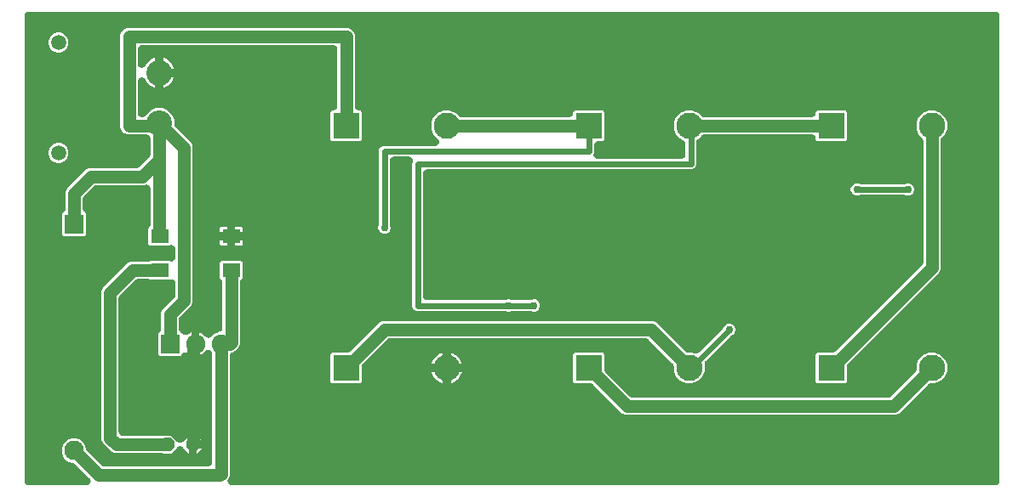
<source format=gbr>
G04 EAGLE Gerber RS-274X export*
G75*
%MOMM*%
%FSLAX34Y34*%
%LPD*%
%INTop Copper*%
%IPPOS*%
%AMOC8*
5,1,8,0,0,1.08239X$1,22.5*%
G01*
%ADD10R,2.625000X2.625000*%
%ADD11C,2.625000*%
%ADD12C,2.550000*%
%ADD13C,1.508000*%
%ADD14P,1.429621X8X22.500000*%
%ADD15R,1.920000X1.920000*%
%ADD16C,1.920000*%
%ADD17R,1.800000X1.400000*%
%ADD18R,1.950000X1.950000*%
%ADD19C,1.950000*%
%ADD20C,1.270000*%
%ADD21C,0.812800*%
%ADD22C,1.016000*%
%ADD23C,0.756400*%
%ADD24C,0.609600*%
%ADD25C,0.304800*%
%ADD26C,1.056400*%

G36*
X72131Y10169D02*
X72131Y10169D01*
X72246Y10167D01*
X72414Y10189D01*
X72584Y10201D01*
X72697Y10225D01*
X72811Y10239D01*
X72975Y10284D01*
X73141Y10320D01*
X73249Y10359D01*
X73360Y10390D01*
X73517Y10457D01*
X73676Y10516D01*
X73778Y10570D01*
X73884Y10616D01*
X74029Y10704D01*
X74179Y10784D01*
X74272Y10852D01*
X74370Y10912D01*
X74501Y11020D01*
X74639Y11121D01*
X74721Y11201D01*
X74810Y11274D01*
X74925Y11399D01*
X75047Y11518D01*
X75117Y11609D01*
X75195Y11694D01*
X75292Y11834D01*
X75396Y11969D01*
X75453Y12069D01*
X75518Y12164D01*
X75593Y12316D01*
X75678Y12464D01*
X75720Y12571D01*
X75772Y12674D01*
X75825Y12835D01*
X75888Y12993D01*
X75915Y13106D01*
X75951Y13215D01*
X75982Y13382D01*
X76022Y13547D01*
X76033Y13662D01*
X76054Y13775D01*
X76061Y13945D01*
X76077Y14114D01*
X76072Y14229D01*
X76077Y14345D01*
X76060Y14514D01*
X76053Y14684D01*
X76032Y14797D01*
X76020Y14911D01*
X75980Y15077D01*
X75949Y15244D01*
X75912Y15353D01*
X75885Y15465D01*
X75821Y15623D01*
X75767Y15784D01*
X75716Y15887D01*
X75673Y15994D01*
X75588Y16141D01*
X75512Y16293D01*
X75447Y16388D01*
X75389Y16488D01*
X75316Y16577D01*
X75188Y16762D01*
X74963Y17006D01*
X74889Y17097D01*
X60703Y31283D01*
X60657Y31323D01*
X60616Y31367D01*
X60442Y31509D01*
X60272Y31657D01*
X60222Y31690D01*
X60175Y31728D01*
X59983Y31845D01*
X59794Y31967D01*
X59740Y31992D01*
X59688Y32023D01*
X59481Y32112D01*
X59277Y32207D01*
X59220Y32224D01*
X59164Y32248D01*
X58947Y32307D01*
X58732Y32372D01*
X58672Y32381D01*
X58614Y32397D01*
X58497Y32408D01*
X58169Y32459D01*
X57944Y32462D01*
X57829Y32473D01*
X57296Y32473D01*
X52872Y34306D01*
X49486Y37692D01*
X47653Y42116D01*
X47653Y46904D01*
X49486Y51328D01*
X52872Y54714D01*
X57296Y56547D01*
X62084Y56547D01*
X66508Y54714D01*
X69894Y51328D01*
X71727Y46904D01*
X71727Y46371D01*
X71731Y46310D01*
X71729Y46250D01*
X71751Y46027D01*
X71767Y45802D01*
X71779Y45743D01*
X71785Y45683D01*
X71839Y45465D01*
X71886Y45245D01*
X71906Y45188D01*
X71921Y45130D01*
X72004Y44921D01*
X72082Y44710D01*
X72110Y44657D01*
X72132Y44601D01*
X72244Y44406D01*
X72350Y44207D01*
X72386Y44159D01*
X72416Y44106D01*
X72491Y44015D01*
X72687Y43748D01*
X72844Y43586D01*
X72917Y43497D01*
X86267Y30147D01*
X86313Y30107D01*
X86354Y30063D01*
X86528Y29921D01*
X86698Y29773D01*
X86748Y29740D01*
X86795Y29702D01*
X86987Y29585D01*
X87176Y29463D01*
X87231Y29438D01*
X87282Y29407D01*
X87488Y29318D01*
X87693Y29223D01*
X87750Y29206D01*
X87806Y29182D01*
X88023Y29124D01*
X88238Y29058D01*
X88298Y29049D01*
X88356Y29033D01*
X88473Y29022D01*
X88801Y28971D01*
X89026Y28968D01*
X89141Y28957D01*
X193040Y28957D01*
X193269Y28973D01*
X193500Y28983D01*
X193554Y28993D01*
X193608Y28997D01*
X193834Y29045D01*
X194060Y29087D01*
X194112Y29104D01*
X194166Y29116D01*
X194382Y29195D01*
X194600Y29268D01*
X194649Y29293D01*
X194701Y29312D01*
X194904Y29420D01*
X195109Y29523D01*
X195155Y29554D01*
X195203Y29580D01*
X195389Y29716D01*
X195578Y29847D01*
X195619Y29884D01*
X195663Y29917D01*
X195828Y30077D01*
X195997Y30233D01*
X196032Y30276D01*
X196071Y30314D01*
X196212Y30496D01*
X196358Y30674D01*
X196386Y30722D01*
X196420Y30765D01*
X196534Y30965D01*
X196653Y31162D01*
X196675Y31212D01*
X196702Y31260D01*
X196787Y31474D01*
X196878Y31685D01*
X196892Y31738D01*
X196912Y31789D01*
X196967Y32014D01*
X197027Y32235D01*
X197031Y32279D01*
X197047Y32343D01*
X197102Y32910D01*
X197099Y32976D01*
X197103Y33020D01*
X197103Y141063D01*
X197097Y141159D01*
X197099Y141255D01*
X197077Y141443D01*
X197063Y141631D01*
X197043Y141725D01*
X197032Y141821D01*
X196984Y142004D01*
X196944Y142189D01*
X196911Y142279D01*
X196887Y142372D01*
X196813Y142546D01*
X196748Y142724D01*
X196703Y142809D01*
X196666Y142897D01*
X196569Y143059D01*
X196480Y143226D01*
X196423Y143304D01*
X196374Y143386D01*
X196255Y143534D01*
X196143Y143686D01*
X196076Y143755D01*
X196016Y143830D01*
X195878Y143959D01*
X195746Y144094D01*
X195670Y144153D01*
X195600Y144219D01*
X195445Y144327D01*
X195295Y144443D01*
X195212Y144491D01*
X195133Y144546D01*
X194965Y144631D01*
X194800Y144725D01*
X194711Y144761D01*
X194625Y144804D01*
X194447Y144866D01*
X194271Y144935D01*
X194177Y144958D01*
X194086Y144989D01*
X193901Y145025D01*
X193717Y145070D01*
X193621Y145079D01*
X193527Y145097D01*
X193338Y145106D01*
X193150Y145125D01*
X193054Y145121D01*
X192958Y145125D01*
X192770Y145108D01*
X192580Y145100D01*
X192486Y145083D01*
X192390Y145074D01*
X192206Y145031D01*
X192020Y144996D01*
X191929Y144966D01*
X191836Y144944D01*
X191659Y144875D01*
X191480Y144815D01*
X191394Y144772D01*
X191305Y144737D01*
X191140Y144645D01*
X190971Y144560D01*
X190892Y144505D01*
X190808Y144458D01*
X190657Y144343D01*
X190502Y144236D01*
X190431Y144171D01*
X190355Y144113D01*
X190273Y144025D01*
X190083Y143850D01*
X189899Y143625D01*
X189816Y143537D01*
X189487Y143108D01*
X188362Y141983D01*
X187099Y141014D01*
X185721Y140218D01*
X184403Y139672D01*
X184403Y151130D01*
X184403Y162588D01*
X185721Y162042D01*
X187099Y161246D01*
X188362Y160277D01*
X189488Y159152D01*
X189908Y158604D01*
X190048Y158447D01*
X190182Y158283D01*
X190236Y158233D01*
X190285Y158178D01*
X190446Y158041D01*
X190602Y157898D01*
X190663Y157856D01*
X190719Y157808D01*
X190898Y157695D01*
X191071Y157576D01*
X191137Y157543D01*
X191200Y157503D01*
X191393Y157416D01*
X191581Y157322D01*
X191652Y157299D01*
X191719Y157268D01*
X191922Y157209D01*
X192122Y157142D01*
X192195Y157129D01*
X192266Y157108D01*
X192475Y157078D01*
X192683Y157040D01*
X192757Y157037D01*
X192830Y157026D01*
X193041Y157025D01*
X193252Y157017D01*
X193326Y157024D01*
X193400Y157024D01*
X193609Y157052D01*
X193819Y157073D01*
X193891Y157091D01*
X193964Y157101D01*
X194168Y157159D01*
X194372Y157209D01*
X194441Y157236D01*
X194512Y157257D01*
X194706Y157342D01*
X194901Y157421D01*
X194966Y157457D01*
X195033Y157487D01*
X195212Y157599D01*
X195396Y157704D01*
X195441Y157742D01*
X195517Y157789D01*
X195954Y158155D01*
X195982Y158186D01*
X196004Y158205D01*
X199007Y161207D01*
X203411Y163032D01*
X203429Y163033D01*
X203660Y163043D01*
X203714Y163053D01*
X203768Y163057D01*
X203994Y163105D01*
X204220Y163147D01*
X204272Y163164D01*
X204326Y163176D01*
X204542Y163255D01*
X204760Y163328D01*
X204809Y163353D01*
X204861Y163372D01*
X205064Y163480D01*
X205269Y163583D01*
X205315Y163614D01*
X205363Y163640D01*
X205549Y163776D01*
X205738Y163907D01*
X205779Y163944D01*
X205823Y163977D01*
X205988Y164137D01*
X206157Y164293D01*
X206192Y164336D01*
X206231Y164374D01*
X206372Y164556D01*
X206518Y164734D01*
X206546Y164782D01*
X206580Y164825D01*
X206694Y165025D01*
X206813Y165222D01*
X206835Y165272D01*
X206862Y165320D01*
X206947Y165534D01*
X207038Y165745D01*
X207052Y165798D01*
X207072Y165849D01*
X207127Y166074D01*
X207187Y166295D01*
X207191Y166339D01*
X207207Y166403D01*
X207262Y166970D01*
X207259Y167036D01*
X207263Y167080D01*
X207263Y212020D01*
X207259Y212080D01*
X207261Y212140D01*
X207239Y212363D01*
X207223Y212588D01*
X207211Y212647D01*
X207205Y212707D01*
X207151Y212925D01*
X207104Y213145D01*
X207083Y213202D01*
X207069Y213261D01*
X206986Y213469D01*
X206908Y213680D01*
X206880Y213734D01*
X206857Y213790D01*
X206746Y213984D01*
X206640Y214183D01*
X206604Y214232D01*
X206574Y214284D01*
X206499Y214375D01*
X206303Y214643D01*
X206146Y214804D01*
X206073Y214893D01*
X204961Y216005D01*
X204613Y216845D01*
X204613Y231755D01*
X204961Y232595D01*
X205605Y233239D01*
X206445Y233587D01*
X225355Y233587D01*
X226195Y233239D01*
X226839Y232595D01*
X227187Y231755D01*
X227187Y216845D01*
X226839Y216005D01*
X225727Y214893D01*
X225687Y214847D01*
X225643Y214806D01*
X225500Y214632D01*
X225353Y214463D01*
X225320Y214412D01*
X225282Y214365D01*
X225165Y214173D01*
X225043Y213985D01*
X225018Y213930D01*
X224987Y213878D01*
X224898Y213672D01*
X224803Y213468D01*
X224786Y213410D01*
X224762Y213354D01*
X224704Y213138D01*
X224638Y212922D01*
X224629Y212863D01*
X224613Y212804D01*
X224602Y212687D01*
X224551Y212359D01*
X224548Y212134D01*
X224537Y212020D01*
X224537Y150682D01*
X223222Y147508D01*
X219522Y143808D01*
X216885Y142716D01*
X216883Y142715D01*
X216880Y142714D01*
X216623Y142585D01*
X216375Y142461D01*
X216373Y142460D01*
X216371Y142459D01*
X216136Y142296D01*
X215906Y142138D01*
X215904Y142136D01*
X215902Y142135D01*
X215688Y141938D01*
X215487Y141752D01*
X215485Y141750D01*
X215483Y141748D01*
X215300Y141525D01*
X215125Y141312D01*
X215124Y141310D01*
X215122Y141307D01*
X214974Y141063D01*
X214829Y140825D01*
X214828Y140822D01*
X214827Y140820D01*
X214716Y140562D01*
X214604Y140302D01*
X214603Y140299D01*
X214602Y140296D01*
X214527Y140018D01*
X214454Y139752D01*
X214454Y139749D01*
X214453Y139747D01*
X214452Y139733D01*
X214383Y139187D01*
X214385Y139047D01*
X214377Y138962D01*
X214377Y19872D01*
X212991Y16526D01*
X212954Y16479D01*
X212870Y16332D01*
X212778Y16189D01*
X212729Y16085D01*
X212672Y15984D01*
X212610Y15826D01*
X212538Y15672D01*
X212505Y15562D01*
X212462Y15455D01*
X212422Y15289D01*
X212373Y15127D01*
X212355Y15013D01*
X212328Y14901D01*
X212311Y14731D01*
X212285Y14564D01*
X212284Y14449D01*
X212273Y14334D01*
X212280Y14164D01*
X212278Y13994D01*
X212292Y13880D01*
X212297Y13764D01*
X212328Y13597D01*
X212350Y13429D01*
X212380Y13318D01*
X212401Y13204D01*
X212455Y13043D01*
X212500Y12879D01*
X212546Y12773D01*
X212583Y12664D01*
X212659Y12512D01*
X212726Y12356D01*
X212786Y12258D01*
X212838Y12155D01*
X212934Y12015D01*
X213023Y11870D01*
X213096Y11781D01*
X213162Y11686D01*
X213277Y11561D01*
X213385Y11430D01*
X213470Y11352D01*
X213548Y11267D01*
X213679Y11159D01*
X213804Y11045D01*
X213899Y10979D01*
X213989Y10906D01*
X214134Y10818D01*
X214274Y10722D01*
X214377Y10671D01*
X214476Y10611D01*
X214632Y10544D01*
X214784Y10468D01*
X214894Y10432D01*
X215000Y10386D01*
X215164Y10342D01*
X215325Y10288D01*
X215438Y10267D01*
X215550Y10237D01*
X215664Y10226D01*
X215885Y10186D01*
X216217Y10172D01*
X216334Y10161D01*
X976176Y10161D01*
X976405Y10177D01*
X976636Y10187D01*
X976690Y10197D01*
X976744Y10201D01*
X976970Y10249D01*
X977196Y10291D01*
X977248Y10308D01*
X977302Y10320D01*
X977518Y10399D01*
X977736Y10472D01*
X977785Y10497D01*
X977837Y10516D01*
X978040Y10624D01*
X978245Y10727D01*
X978291Y10758D01*
X978339Y10784D01*
X978525Y10920D01*
X978714Y11051D01*
X978755Y11088D01*
X978799Y11121D01*
X978964Y11281D01*
X979133Y11437D01*
X979168Y11480D01*
X979207Y11518D01*
X979348Y11700D01*
X979494Y11878D01*
X979522Y11926D01*
X979556Y11969D01*
X979670Y12169D01*
X979789Y12366D01*
X979811Y12416D01*
X979838Y12464D01*
X979923Y12678D01*
X980014Y12889D01*
X980028Y12942D01*
X980048Y12993D01*
X980103Y13218D01*
X980163Y13439D01*
X980167Y13483D01*
X980183Y13547D01*
X980238Y14114D01*
X980235Y14180D01*
X980239Y14224D01*
X980239Y477776D01*
X980223Y478005D01*
X980213Y478236D01*
X980203Y478290D01*
X980199Y478344D01*
X980151Y478570D01*
X980109Y478796D01*
X980092Y478848D01*
X980080Y478902D01*
X980001Y479118D01*
X979928Y479336D01*
X979903Y479385D01*
X979884Y479437D01*
X979776Y479640D01*
X979673Y479845D01*
X979642Y479891D01*
X979616Y479939D01*
X979480Y480125D01*
X979349Y480314D01*
X979312Y480355D01*
X979279Y480399D01*
X979119Y480564D01*
X978963Y480733D01*
X978920Y480768D01*
X978882Y480807D01*
X978700Y480948D01*
X978522Y481094D01*
X978474Y481122D01*
X978431Y481156D01*
X978231Y481270D01*
X978034Y481389D01*
X977984Y481411D01*
X977936Y481438D01*
X977722Y481523D01*
X977511Y481614D01*
X977458Y481628D01*
X977407Y481648D01*
X977182Y481703D01*
X976961Y481763D01*
X976917Y481767D01*
X976853Y481783D01*
X976286Y481838D01*
X976220Y481835D01*
X976176Y481839D01*
X14224Y481839D01*
X13995Y481823D01*
X13764Y481813D01*
X13710Y481803D01*
X13656Y481799D01*
X13430Y481751D01*
X13204Y481709D01*
X13152Y481692D01*
X13098Y481680D01*
X12882Y481601D01*
X12664Y481528D01*
X12615Y481503D01*
X12563Y481484D01*
X12360Y481376D01*
X12155Y481273D01*
X12109Y481242D01*
X12061Y481216D01*
X11875Y481080D01*
X11686Y480949D01*
X11645Y480912D01*
X11601Y480879D01*
X11436Y480719D01*
X11267Y480563D01*
X11232Y480520D01*
X11193Y480482D01*
X11052Y480300D01*
X10906Y480122D01*
X10878Y480074D01*
X10844Y480031D01*
X10730Y479831D01*
X10611Y479634D01*
X10589Y479584D01*
X10562Y479536D01*
X10477Y479322D01*
X10386Y479111D01*
X10372Y479058D01*
X10352Y479007D01*
X10297Y478782D01*
X10237Y478561D01*
X10233Y478517D01*
X10217Y478453D01*
X10162Y477886D01*
X10165Y477820D01*
X10161Y477776D01*
X10161Y14224D01*
X10177Y13995D01*
X10187Y13764D01*
X10197Y13710D01*
X10201Y13656D01*
X10249Y13430D01*
X10291Y13204D01*
X10308Y13152D01*
X10320Y13098D01*
X10399Y12882D01*
X10472Y12664D01*
X10497Y12615D01*
X10516Y12563D01*
X10624Y12360D01*
X10727Y12155D01*
X10758Y12109D01*
X10784Y12061D01*
X10920Y11875D01*
X11051Y11686D01*
X11088Y11645D01*
X11121Y11601D01*
X11281Y11436D01*
X11437Y11267D01*
X11480Y11232D01*
X11518Y11193D01*
X11700Y11052D01*
X11878Y10906D01*
X11926Y10878D01*
X11969Y10844D01*
X12169Y10730D01*
X12366Y10611D01*
X12416Y10589D01*
X12464Y10562D01*
X12678Y10477D01*
X12889Y10386D01*
X12942Y10372D01*
X12993Y10352D01*
X13218Y10297D01*
X13439Y10237D01*
X13483Y10233D01*
X13547Y10217D01*
X14114Y10162D01*
X14180Y10165D01*
X14224Y10161D01*
X72016Y10161D01*
X72131Y10169D01*
G37*
%LPC*%
G36*
X148186Y41909D02*
X148186Y41909D01*
X148170Y41914D01*
X148115Y41938D01*
X147898Y41996D01*
X147683Y42062D01*
X147623Y42071D01*
X147565Y42087D01*
X147448Y42098D01*
X147120Y42149D01*
X146895Y42152D01*
X146780Y42163D01*
X99882Y42163D01*
X96708Y43478D01*
X87928Y52258D01*
X86613Y55432D01*
X86613Y203648D01*
X87928Y206822D01*
X112728Y231622D01*
X115902Y232937D01*
X132948Y232937D01*
X133065Y232945D01*
X133183Y232944D01*
X133349Y232965D01*
X133516Y232977D01*
X133631Y233001D01*
X133748Y233016D01*
X133858Y233050D01*
X134073Y233096D01*
X134391Y233212D01*
X134503Y233246D01*
X135325Y233587D01*
X154235Y233587D01*
X154655Y233413D01*
X154819Y233358D01*
X154979Y233294D01*
X155089Y233268D01*
X155195Y233232D01*
X155365Y233201D01*
X155533Y233160D01*
X155645Y233149D01*
X155756Y233129D01*
X155928Y233122D01*
X156100Y233105D01*
X156213Y233110D01*
X156325Y233105D01*
X156497Y233122D01*
X156670Y233129D01*
X156780Y233150D01*
X156892Y233161D01*
X157060Y233202D01*
X157230Y233233D01*
X157336Y233269D01*
X157446Y233296D01*
X157606Y233360D01*
X157770Y233415D01*
X157871Y233465D01*
X157975Y233507D01*
X158125Y233592D01*
X158279Y233670D01*
X158372Y233734D01*
X158470Y233790D01*
X158606Y233895D01*
X158748Y233994D01*
X158831Y234070D01*
X158920Y234139D01*
X159040Y234263D01*
X159167Y234380D01*
X159238Y234467D01*
X159317Y234548D01*
X159418Y234687D01*
X159528Y234821D01*
X159586Y234917D01*
X159652Y235008D01*
X159734Y235160D01*
X159823Y235308D01*
X159868Y235412D01*
X159921Y235511D01*
X159980Y235673D01*
X160048Y235832D01*
X160077Y235940D01*
X160116Y236046D01*
X160152Y236215D01*
X160197Y236382D01*
X160205Y236467D01*
X160234Y236604D01*
X160272Y237154D01*
X160273Y237167D01*
X160273Y245433D01*
X160261Y245606D01*
X160259Y245778D01*
X160241Y245889D01*
X160233Y246002D01*
X160197Y246171D01*
X160171Y246341D01*
X160138Y246449D01*
X160114Y246559D01*
X160055Y246721D01*
X160005Y246886D01*
X159957Y246988D01*
X159918Y247094D01*
X159837Y247247D01*
X159764Y247403D01*
X159703Y247497D01*
X159650Y247596D01*
X159548Y247736D01*
X159454Y247881D01*
X159380Y247966D01*
X159313Y248056D01*
X159193Y248180D01*
X159079Y248310D01*
X158994Y248384D01*
X158916Y248465D01*
X158779Y248570D01*
X158649Y248684D01*
X158554Y248745D01*
X158465Y248813D01*
X158315Y248899D01*
X158170Y248993D01*
X158068Y249040D01*
X157970Y249096D01*
X157809Y249159D01*
X157653Y249232D01*
X157545Y249264D01*
X157441Y249306D01*
X157272Y249347D01*
X157107Y249396D01*
X156996Y249413D01*
X156887Y249440D01*
X156715Y249457D01*
X156544Y249483D01*
X156432Y249484D01*
X156320Y249495D01*
X156147Y249488D01*
X155974Y249490D01*
X155863Y249475D01*
X155750Y249471D01*
X155580Y249439D01*
X155409Y249417D01*
X155328Y249392D01*
X155190Y249367D01*
X154668Y249191D01*
X154655Y249187D01*
X154235Y249013D01*
X135325Y249013D01*
X134485Y249361D01*
X133841Y250005D01*
X133493Y250845D01*
X133493Y265755D01*
X133841Y266595D01*
X134383Y267137D01*
X134423Y267183D01*
X134467Y267224D01*
X134610Y267398D01*
X134757Y267567D01*
X134790Y267618D01*
X134828Y267665D01*
X134945Y267857D01*
X135067Y268045D01*
X135092Y268100D01*
X135123Y268152D01*
X135212Y268358D01*
X135306Y268562D01*
X135324Y268620D01*
X135348Y268676D01*
X135407Y268892D01*
X135472Y269108D01*
X135481Y269167D01*
X135497Y269226D01*
X135508Y269343D01*
X135559Y269671D01*
X135562Y269896D01*
X135573Y270010D01*
X135573Y305622D01*
X135561Y305794D01*
X135559Y305967D01*
X135541Y306078D01*
X135533Y306190D01*
X135497Y306359D01*
X135471Y306530D01*
X135438Y306637D01*
X135414Y306747D01*
X135355Y306910D01*
X135305Y307075D01*
X135257Y307177D01*
X135218Y307282D01*
X135137Y307435D01*
X135064Y307591D01*
X135003Y307686D01*
X134950Y307785D01*
X134848Y307924D01*
X134754Y308069D01*
X134680Y308154D01*
X134613Y308245D01*
X134493Y308368D01*
X134379Y308499D01*
X134294Y308572D01*
X134216Y308653D01*
X134079Y308759D01*
X133949Y308872D01*
X133854Y308933D01*
X133765Y309002D01*
X133615Y309087D01*
X133470Y309181D01*
X133368Y309228D01*
X133270Y309284D01*
X133109Y309348D01*
X132953Y309420D01*
X132845Y309453D01*
X132741Y309494D01*
X132572Y309535D01*
X132407Y309585D01*
X132296Y309602D01*
X132187Y309628D01*
X132015Y309645D01*
X131844Y309671D01*
X131732Y309673D01*
X131620Y309684D01*
X131447Y309676D01*
X131274Y309678D01*
X131163Y309664D01*
X131050Y309659D01*
X130880Y309627D01*
X130709Y309605D01*
X130628Y309580D01*
X130490Y309555D01*
X129967Y309379D01*
X129955Y309376D01*
X129950Y309374D01*
X128718Y308863D01*
X81461Y308863D01*
X81400Y308859D01*
X81340Y308861D01*
X81117Y308839D01*
X80892Y308823D01*
X80833Y308811D01*
X80773Y308805D01*
X80555Y308751D01*
X80335Y308704D01*
X80278Y308684D01*
X80220Y308669D01*
X80011Y308586D01*
X79800Y308508D01*
X79747Y308480D01*
X79691Y308458D01*
X79496Y308346D01*
X79297Y308240D01*
X79249Y308204D01*
X79196Y308174D01*
X79105Y308099D01*
X78838Y307903D01*
X78676Y307746D01*
X78587Y307673D01*
X69517Y298603D01*
X69477Y298557D01*
X69433Y298516D01*
X69291Y298342D01*
X69143Y298172D01*
X69110Y298122D01*
X69072Y298075D01*
X68955Y297883D01*
X68833Y297694D01*
X68808Y297639D01*
X68777Y297588D01*
X68688Y297382D01*
X68593Y297177D01*
X68576Y297120D01*
X68552Y297064D01*
X68494Y296847D01*
X68428Y296632D01*
X68419Y296572D01*
X68403Y296514D01*
X68392Y296397D01*
X68341Y296069D01*
X68338Y295844D01*
X68327Y295729D01*
X68327Y285911D01*
X68327Y285908D01*
X68327Y285906D01*
X68347Y285627D01*
X68367Y285343D01*
X68367Y285340D01*
X68367Y285337D01*
X68426Y285064D01*
X68486Y284786D01*
X68487Y284783D01*
X68487Y284780D01*
X68583Y284520D01*
X68682Y284251D01*
X68683Y284248D01*
X68684Y284245D01*
X68811Y284009D01*
X68950Y283748D01*
X68952Y283746D01*
X68953Y283743D01*
X69129Y283505D01*
X69287Y283288D01*
X69289Y283286D01*
X69290Y283284D01*
X69485Y283085D01*
X69684Y282880D01*
X69686Y282878D01*
X69688Y282876D01*
X69912Y282703D01*
X70135Y282531D01*
X70137Y282530D01*
X70139Y282528D01*
X70152Y282522D01*
X70630Y282249D01*
X70721Y282213D01*
X71379Y281555D01*
X71727Y280715D01*
X71727Y260305D01*
X71379Y259465D01*
X70735Y258821D01*
X69895Y258473D01*
X49485Y258473D01*
X48645Y258821D01*
X48001Y259465D01*
X47653Y260305D01*
X47653Y280715D01*
X48001Y281555D01*
X48661Y282215D01*
X48808Y282289D01*
X49055Y282412D01*
X49057Y282413D01*
X49059Y282414D01*
X49300Y282581D01*
X49524Y282735D01*
X49526Y282737D01*
X49528Y282738D01*
X49743Y282937D01*
X49943Y283121D01*
X49945Y283123D01*
X49947Y283125D01*
X50130Y283348D01*
X50305Y283561D01*
X50306Y283563D01*
X50308Y283566D01*
X50453Y283805D01*
X50601Y284048D01*
X50602Y284051D01*
X50603Y284053D01*
X50709Y284299D01*
X50826Y284571D01*
X50827Y284574D01*
X50828Y284577D01*
X50898Y284837D01*
X50976Y285121D01*
X50976Y285124D01*
X50977Y285127D01*
X50978Y285139D01*
X51047Y285686D01*
X51045Y285826D01*
X51053Y285911D01*
X51053Y302708D01*
X52368Y305882D01*
X71308Y324822D01*
X74482Y326137D01*
X121739Y326137D01*
X121800Y326141D01*
X121860Y326139D01*
X122083Y326161D01*
X122308Y326177D01*
X122367Y326189D01*
X122427Y326195D01*
X122645Y326249D01*
X122865Y326296D01*
X122922Y326316D01*
X122980Y326331D01*
X123189Y326414D01*
X123400Y326492D01*
X123453Y326520D01*
X123509Y326542D01*
X123704Y326654D01*
X123903Y326760D01*
X123951Y326796D01*
X124004Y326826D01*
X124095Y326901D01*
X124362Y327097D01*
X124524Y327254D01*
X124613Y327327D01*
X134383Y337097D01*
X134423Y337143D01*
X134467Y337184D01*
X134609Y337358D01*
X134757Y337528D01*
X134790Y337578D01*
X134828Y337625D01*
X134945Y337817D01*
X135067Y338006D01*
X135092Y338061D01*
X135123Y338112D01*
X135212Y338318D01*
X135307Y338523D01*
X135324Y338580D01*
X135348Y338636D01*
X135406Y338853D01*
X135472Y339068D01*
X135481Y339128D01*
X135497Y339186D01*
X135508Y339303D01*
X135559Y339631D01*
X135562Y339856D01*
X135573Y339971D01*
X135573Y355600D01*
X135557Y355829D01*
X135547Y356060D01*
X135537Y356114D01*
X135533Y356168D01*
X135485Y356394D01*
X135443Y356620D01*
X135426Y356672D01*
X135414Y356726D01*
X135335Y356942D01*
X135262Y357160D01*
X135237Y357209D01*
X135218Y357261D01*
X135110Y357464D01*
X135007Y357669D01*
X134976Y357715D01*
X134950Y357763D01*
X134814Y357949D01*
X134683Y358138D01*
X134646Y358179D01*
X134613Y358223D01*
X134453Y358388D01*
X134297Y358557D01*
X134254Y358592D01*
X134216Y358631D01*
X134034Y358772D01*
X133856Y358918D01*
X133808Y358946D01*
X133765Y358980D01*
X133565Y359094D01*
X133368Y359213D01*
X133318Y359235D01*
X133270Y359262D01*
X133056Y359347D01*
X132845Y359438D01*
X132792Y359452D01*
X132741Y359472D01*
X132516Y359527D01*
X132295Y359587D01*
X132251Y359591D01*
X132187Y359607D01*
X131620Y359662D01*
X131554Y359659D01*
X131510Y359663D01*
X112582Y359663D01*
X109408Y360978D01*
X106978Y363408D01*
X105663Y366582D01*
X105663Y458918D01*
X106978Y462092D01*
X109408Y464522D01*
X112582Y465837D01*
X331918Y465837D01*
X335092Y464522D01*
X337522Y462092D01*
X338837Y458918D01*
X338837Y387775D01*
X338853Y387546D01*
X338863Y387315D01*
X338873Y387261D01*
X338877Y387207D01*
X338925Y386981D01*
X338967Y386755D01*
X338984Y386703D01*
X338996Y386649D01*
X339075Y386433D01*
X339148Y386215D01*
X339173Y386166D01*
X339192Y386114D01*
X339300Y385911D01*
X339403Y385706D01*
X339434Y385660D01*
X339460Y385612D01*
X339596Y385426D01*
X339727Y385237D01*
X339764Y385196D01*
X339797Y385152D01*
X339957Y384987D01*
X340113Y384818D01*
X340156Y384783D01*
X340194Y384744D01*
X340376Y384603D01*
X340554Y384457D01*
X340602Y384429D01*
X340645Y384395D01*
X340845Y384281D01*
X341042Y384162D01*
X341092Y384140D01*
X341140Y384113D01*
X341354Y384028D01*
X341565Y383937D01*
X341618Y383923D01*
X341669Y383903D01*
X341894Y383848D01*
X342115Y383788D01*
X342159Y383784D01*
X342223Y383768D01*
X342790Y383713D01*
X342856Y383716D01*
X342900Y383712D01*
X343780Y383712D01*
X344620Y383364D01*
X345264Y382720D01*
X345612Y381880D01*
X345612Y354720D01*
X345264Y353880D01*
X344620Y353236D01*
X343780Y352888D01*
X316620Y352888D01*
X315780Y353236D01*
X315136Y353880D01*
X314788Y354720D01*
X314788Y381880D01*
X315136Y382720D01*
X315780Y383364D01*
X316620Y383712D01*
X317500Y383712D01*
X317729Y383728D01*
X317960Y383738D01*
X318014Y383748D01*
X318068Y383752D01*
X318294Y383800D01*
X318520Y383842D01*
X318572Y383859D01*
X318626Y383871D01*
X318842Y383950D01*
X319060Y384023D01*
X319109Y384048D01*
X319161Y384067D01*
X319364Y384175D01*
X319569Y384278D01*
X319615Y384309D01*
X319663Y384335D01*
X319849Y384471D01*
X320038Y384602D01*
X320079Y384639D01*
X320123Y384672D01*
X320288Y384832D01*
X320457Y384988D01*
X320492Y385031D01*
X320531Y385069D01*
X320672Y385251D01*
X320818Y385429D01*
X320846Y385477D01*
X320880Y385520D01*
X320994Y385720D01*
X321113Y385917D01*
X321135Y385967D01*
X321162Y386015D01*
X321247Y386229D01*
X321338Y386440D01*
X321352Y386493D01*
X321372Y386544D01*
X321427Y386769D01*
X321487Y386990D01*
X321491Y387034D01*
X321507Y387098D01*
X321562Y387665D01*
X321559Y387731D01*
X321563Y387775D01*
X321563Y444500D01*
X321547Y444729D01*
X321537Y444960D01*
X321527Y445014D01*
X321523Y445068D01*
X321475Y445294D01*
X321433Y445520D01*
X321416Y445572D01*
X321404Y445626D01*
X321325Y445842D01*
X321252Y446060D01*
X321227Y446109D01*
X321208Y446161D01*
X321100Y446364D01*
X320997Y446569D01*
X320966Y446615D01*
X320940Y446663D01*
X320804Y446849D01*
X320673Y447038D01*
X320636Y447079D01*
X320603Y447123D01*
X320443Y447288D01*
X320287Y447457D01*
X320244Y447492D01*
X320206Y447531D01*
X320024Y447672D01*
X319846Y447818D01*
X319798Y447846D01*
X319755Y447880D01*
X319555Y447994D01*
X319358Y448113D01*
X319308Y448135D01*
X319260Y448162D01*
X319046Y448247D01*
X318835Y448338D01*
X318782Y448352D01*
X318731Y448372D01*
X318506Y448427D01*
X318285Y448487D01*
X318241Y448491D01*
X318177Y448507D01*
X317610Y448562D01*
X317544Y448559D01*
X317500Y448563D01*
X127000Y448563D01*
X126771Y448547D01*
X126540Y448537D01*
X126486Y448527D01*
X126432Y448523D01*
X126206Y448475D01*
X125980Y448433D01*
X125928Y448416D01*
X125874Y448404D01*
X125658Y448325D01*
X125440Y448252D01*
X125391Y448227D01*
X125339Y448208D01*
X125136Y448100D01*
X124931Y447997D01*
X124885Y447966D01*
X124837Y447940D01*
X124651Y447804D01*
X124462Y447673D01*
X124421Y447636D01*
X124377Y447603D01*
X124212Y447443D01*
X124043Y447287D01*
X124008Y447244D01*
X123969Y447206D01*
X123828Y447024D01*
X123682Y446846D01*
X123654Y446798D01*
X123620Y446755D01*
X123506Y446555D01*
X123387Y446358D01*
X123365Y446308D01*
X123338Y446260D01*
X123253Y446046D01*
X123162Y445835D01*
X123148Y445782D01*
X123128Y445731D01*
X123073Y445506D01*
X123013Y445285D01*
X123009Y445241D01*
X122993Y445177D01*
X122938Y444610D01*
X122941Y444544D01*
X122937Y444500D01*
X122937Y430139D01*
X122942Y430063D01*
X122940Y429986D01*
X122962Y429779D01*
X122977Y429571D01*
X122993Y429496D01*
X123001Y429419D01*
X123052Y429218D01*
X123096Y429014D01*
X123122Y428942D01*
X123141Y428867D01*
X123220Y428675D01*
X123292Y428479D01*
X123328Y428411D01*
X123357Y428340D01*
X123462Y428160D01*
X123560Y427976D01*
X123606Y427914D01*
X123645Y427848D01*
X123774Y427684D01*
X123897Y427516D01*
X123950Y427461D01*
X123998Y427401D01*
X124149Y427257D01*
X124294Y427108D01*
X124355Y427061D01*
X124411Y427008D01*
X124580Y426887D01*
X124745Y426759D01*
X124811Y426721D01*
X124874Y426677D01*
X125059Y426580D01*
X125240Y426477D01*
X125311Y426449D01*
X125379Y426413D01*
X125575Y426344D01*
X125769Y426267D01*
X125844Y426249D01*
X125917Y426223D01*
X126120Y426182D01*
X126323Y426133D01*
X126400Y426125D01*
X126475Y426110D01*
X126682Y426098D01*
X126890Y426078D01*
X126967Y426081D01*
X127044Y426076D01*
X127251Y426093D01*
X127460Y426102D01*
X127535Y426116D01*
X127612Y426122D01*
X127815Y426168D01*
X128020Y426206D01*
X128092Y426231D01*
X128168Y426247D01*
X128363Y426321D01*
X128560Y426387D01*
X128629Y426422D01*
X128701Y426449D01*
X128883Y426549D01*
X129069Y426643D01*
X129133Y426686D01*
X129200Y426723D01*
X129367Y426848D01*
X129538Y426966D01*
X129595Y427018D01*
X129656Y427065D01*
X129804Y427212D01*
X129957Y427353D01*
X130006Y427412D01*
X130060Y427466D01*
X130131Y427565D01*
X130318Y427794D01*
X130449Y428010D01*
X130519Y428108D01*
X131469Y429753D01*
X132689Y431344D01*
X134106Y432761D01*
X135697Y433981D01*
X137433Y434983D01*
X139284Y435750D01*
X139961Y435932D01*
X139961Y421426D01*
X139972Y421265D01*
X139962Y421163D01*
X139965Y421098D01*
X139961Y421054D01*
X139961Y406548D01*
X139284Y406730D01*
X137433Y407497D01*
X135697Y408499D01*
X134106Y409719D01*
X132689Y411136D01*
X131469Y412727D01*
X130519Y414372D01*
X130476Y414436D01*
X130440Y414504D01*
X130317Y414672D01*
X130200Y414845D01*
X130149Y414902D01*
X130103Y414964D01*
X129958Y415113D01*
X129818Y415268D01*
X129759Y415317D01*
X129706Y415372D01*
X129541Y415499D01*
X129381Y415633D01*
X129316Y415674D01*
X129255Y415721D01*
X129074Y415824D01*
X128897Y415934D01*
X128827Y415965D01*
X128760Y416003D01*
X128566Y416080D01*
X128376Y416164D01*
X128302Y416185D01*
X128231Y416213D01*
X128028Y416262D01*
X127828Y416319D01*
X127752Y416329D01*
X127677Y416347D01*
X127469Y416367D01*
X127263Y416395D01*
X127186Y416395D01*
X127110Y416402D01*
X126901Y416393D01*
X126693Y416392D01*
X126617Y416381D01*
X126540Y416378D01*
X126335Y416340D01*
X126130Y416310D01*
X126056Y416288D01*
X125980Y416274D01*
X125783Y416208D01*
X125583Y416149D01*
X125513Y416117D01*
X125440Y416093D01*
X125254Y415999D01*
X125064Y415913D01*
X124999Y415872D01*
X124931Y415837D01*
X124759Y415719D01*
X124583Y415607D01*
X124525Y415557D01*
X124462Y415514D01*
X124308Y415372D01*
X124150Y415237D01*
X124099Y415180D01*
X124043Y415127D01*
X123911Y414966D01*
X123773Y414810D01*
X123731Y414746D01*
X123682Y414686D01*
X123574Y414508D01*
X123459Y414334D01*
X123426Y414265D01*
X123387Y414199D01*
X123305Y414008D01*
X123215Y413819D01*
X123192Y413746D01*
X123162Y413675D01*
X123108Y413474D01*
X123046Y413275D01*
X123033Y413200D01*
X123013Y413125D01*
X123001Y413004D01*
X122954Y412713D01*
X122948Y412460D01*
X122937Y412341D01*
X122937Y381000D01*
X122953Y380771D01*
X122963Y380540D01*
X122973Y380486D01*
X122977Y380432D01*
X123025Y380206D01*
X123067Y379980D01*
X123084Y379928D01*
X123096Y379874D01*
X123175Y379658D01*
X123248Y379440D01*
X123273Y379391D01*
X123292Y379339D01*
X123400Y379136D01*
X123503Y378931D01*
X123534Y378885D01*
X123560Y378837D01*
X123696Y378651D01*
X123827Y378462D01*
X123864Y378421D01*
X123897Y378377D01*
X124057Y378212D01*
X124213Y378043D01*
X124256Y378008D01*
X124294Y377969D01*
X124476Y377828D01*
X124654Y377682D01*
X124702Y377654D01*
X124745Y377620D01*
X124945Y377506D01*
X125142Y377387D01*
X125192Y377365D01*
X125240Y377338D01*
X125454Y377253D01*
X125665Y377162D01*
X125718Y377148D01*
X125769Y377128D01*
X125994Y377073D01*
X126215Y377013D01*
X126259Y377009D01*
X126323Y376993D01*
X126890Y376938D01*
X126956Y376941D01*
X127000Y376937D01*
X127579Y376937D01*
X127582Y376937D01*
X127585Y376937D01*
X127864Y376957D01*
X128147Y376977D01*
X128150Y376977D01*
X128153Y376977D01*
X128435Y377038D01*
X128705Y377096D01*
X128707Y377097D01*
X128710Y377097D01*
X128981Y377197D01*
X129240Y377292D01*
X129242Y377293D01*
X129245Y377294D01*
X129490Y377425D01*
X129742Y377560D01*
X129744Y377562D01*
X129747Y377563D01*
X129977Y377732D01*
X130202Y377897D01*
X130204Y377899D01*
X130206Y377900D01*
X130406Y378095D01*
X130610Y378294D01*
X130612Y378296D01*
X130614Y378298D01*
X130787Y378523D01*
X130959Y378745D01*
X130960Y378747D01*
X130962Y378749D01*
X130969Y378762D01*
X131241Y379240D01*
X131293Y379370D01*
X131333Y379445D01*
X131462Y379758D01*
X135692Y383988D01*
X141219Y386277D01*
X147201Y386277D01*
X152728Y383988D01*
X156958Y379758D01*
X159247Y374231D01*
X159247Y370101D01*
X159251Y370040D01*
X159249Y369980D01*
X159271Y369757D01*
X159287Y369532D01*
X159299Y369473D01*
X159305Y369413D01*
X159359Y369195D01*
X159406Y368975D01*
X159426Y368918D01*
X159441Y368860D01*
X159524Y368651D01*
X159602Y368440D01*
X159630Y368387D01*
X159652Y368331D01*
X159764Y368136D01*
X159870Y367937D01*
X159906Y367889D01*
X159936Y367836D01*
X160011Y367745D01*
X160207Y367478D01*
X160364Y367316D01*
X160437Y367227D01*
X176232Y351432D01*
X177547Y348258D01*
X177547Y192592D01*
X176232Y189418D01*
X164767Y177953D01*
X164727Y177907D01*
X164683Y177866D01*
X164541Y177692D01*
X164393Y177522D01*
X164360Y177472D01*
X164322Y177425D01*
X164205Y177233D01*
X164083Y177044D01*
X164058Y176989D01*
X164027Y176938D01*
X163938Y176732D01*
X163843Y176527D01*
X163826Y176470D01*
X163802Y176414D01*
X163744Y176197D01*
X163678Y175982D01*
X163669Y175922D01*
X163653Y175864D01*
X163642Y175747D01*
X163591Y175419D01*
X163588Y175194D01*
X163577Y175079D01*
X163577Y166319D01*
X163577Y166316D01*
X163577Y166314D01*
X163597Y166030D01*
X163617Y165751D01*
X163617Y165748D01*
X163617Y165745D01*
X163682Y165447D01*
X163736Y165194D01*
X163737Y165191D01*
X163737Y165188D01*
X163836Y164919D01*
X163932Y164658D01*
X163933Y164656D01*
X163934Y164653D01*
X164067Y164405D01*
X164200Y164156D01*
X164202Y164154D01*
X164203Y164151D01*
X164372Y163922D01*
X164537Y163696D01*
X164539Y163694D01*
X164540Y163692D01*
X164735Y163493D01*
X164934Y163288D01*
X164936Y163286D01*
X164938Y163284D01*
X165162Y163111D01*
X165385Y162939D01*
X165387Y162938D01*
X165389Y162936D01*
X165402Y162929D01*
X165804Y162700D01*
X166504Y161999D01*
X166573Y161844D01*
X166623Y161765D01*
X166664Y161681D01*
X166773Y161524D01*
X166875Y161361D01*
X166935Y161289D01*
X166988Y161212D01*
X167117Y161071D01*
X167241Y160924D01*
X167310Y160861D01*
X167373Y160793D01*
X167522Y160671D01*
X167664Y160543D01*
X167742Y160491D01*
X167814Y160431D01*
X167978Y160332D01*
X168137Y160225D01*
X168221Y160184D01*
X168301Y160135D01*
X168477Y160060D01*
X168650Y159976D01*
X168738Y159947D01*
X168824Y159910D01*
X169009Y159860D01*
X169192Y159801D01*
X169284Y159785D01*
X169374Y159761D01*
X169564Y159737D01*
X169753Y159704D01*
X169847Y159701D01*
X169939Y159689D01*
X170131Y159692D01*
X170323Y159686D01*
X170415Y159696D01*
X170509Y159698D01*
X170699Y159727D01*
X170889Y159748D01*
X170979Y159771D01*
X171072Y159786D01*
X171256Y159842D01*
X171441Y159889D01*
X171528Y159924D01*
X171617Y159952D01*
X171791Y160033D01*
X171968Y160106D01*
X172030Y160144D01*
X172133Y160192D01*
X172611Y160503D01*
X172626Y160515D01*
X172637Y160523D01*
X173581Y161246D01*
X174959Y162042D01*
X176277Y162588D01*
X176277Y151130D01*
X176277Y139672D01*
X174959Y140218D01*
X173581Y141014D01*
X172637Y141737D01*
X172477Y141843D01*
X172322Y141956D01*
X172240Y142000D01*
X172162Y142052D01*
X171989Y142134D01*
X171820Y142224D01*
X171732Y142256D01*
X171648Y142296D01*
X171465Y142354D01*
X171284Y142420D01*
X171193Y142439D01*
X171104Y142467D01*
X170915Y142498D01*
X170727Y142538D01*
X170634Y142544D01*
X170542Y142559D01*
X170350Y142564D01*
X170158Y142577D01*
X170065Y142570D01*
X169972Y142573D01*
X169781Y142550D01*
X169590Y142536D01*
X169499Y142517D01*
X169406Y142506D01*
X169220Y142457D01*
X169033Y142417D01*
X168946Y142384D01*
X168855Y142361D01*
X168678Y142286D01*
X168498Y142220D01*
X168416Y142176D01*
X168330Y142140D01*
X168165Y142041D01*
X167996Y141951D01*
X167921Y141895D01*
X167841Y141848D01*
X167691Y141727D01*
X167537Y141613D01*
X167470Y141548D01*
X167397Y141490D01*
X167266Y141349D01*
X167129Y141216D01*
X167072Y141142D01*
X167008Y141074D01*
X166898Y140916D01*
X166781Y140764D01*
X166747Y140700D01*
X166681Y140607D01*
X166505Y140261D01*
X165835Y139591D01*
X164995Y139243D01*
X144885Y139243D01*
X144045Y139591D01*
X143401Y140235D01*
X143053Y141075D01*
X143053Y161185D01*
X143401Y162025D01*
X144087Y162711D01*
X144305Y162820D01*
X144307Y162821D01*
X144309Y162822D01*
X144550Y162989D01*
X144774Y163143D01*
X144776Y163145D01*
X144778Y163146D01*
X144993Y163344D01*
X145193Y163528D01*
X145195Y163531D01*
X145197Y163532D01*
X145379Y163755D01*
X145555Y163969D01*
X145556Y163971D01*
X145558Y163974D01*
X145699Y164206D01*
X145851Y164456D01*
X145852Y164458D01*
X145853Y164461D01*
X145959Y164706D01*
X146076Y164979D01*
X146077Y164982D01*
X146078Y164984D01*
X146144Y165230D01*
X146226Y165529D01*
X146226Y165532D01*
X146227Y165534D01*
X146228Y165547D01*
X146297Y166094D01*
X146295Y166234D01*
X146303Y166319D01*
X146303Y182058D01*
X147618Y185232D01*
X159083Y196697D01*
X159123Y196743D01*
X159167Y196784D01*
X159309Y196958D01*
X159457Y197128D01*
X159490Y197178D01*
X159528Y197225D01*
X159645Y197417D01*
X159767Y197606D01*
X159792Y197661D01*
X159823Y197712D01*
X159912Y197918D01*
X160007Y198123D01*
X160024Y198180D01*
X160048Y198236D01*
X160106Y198453D01*
X160172Y198668D01*
X160181Y198728D01*
X160197Y198786D01*
X160208Y198903D01*
X160259Y199231D01*
X160262Y199456D01*
X160273Y199571D01*
X160273Y211433D01*
X160261Y211606D01*
X160259Y211778D01*
X160241Y211889D01*
X160233Y212002D01*
X160197Y212171D01*
X160171Y212341D01*
X160138Y212449D01*
X160114Y212559D01*
X160055Y212721D01*
X160005Y212886D01*
X159957Y212988D01*
X159918Y213094D01*
X159837Y213247D01*
X159764Y213403D01*
X159703Y213497D01*
X159650Y213596D01*
X159548Y213736D01*
X159454Y213881D01*
X159380Y213966D01*
X159313Y214056D01*
X159193Y214180D01*
X159079Y214310D01*
X158994Y214384D01*
X158916Y214465D01*
X158779Y214570D01*
X158649Y214684D01*
X158554Y214745D01*
X158465Y214813D01*
X158315Y214899D01*
X158170Y214993D01*
X158068Y215040D01*
X157970Y215096D01*
X157809Y215159D01*
X157653Y215232D01*
X157545Y215264D01*
X157441Y215306D01*
X157272Y215347D01*
X157107Y215396D01*
X156996Y215413D01*
X156887Y215440D01*
X156715Y215457D01*
X156544Y215483D01*
X156432Y215484D01*
X156320Y215495D01*
X156147Y215488D01*
X155974Y215490D01*
X155863Y215475D01*
X155750Y215471D01*
X155580Y215439D01*
X155409Y215417D01*
X155328Y215392D01*
X155190Y215367D01*
X154668Y215191D01*
X154655Y215187D01*
X154235Y215013D01*
X135325Y215013D01*
X134503Y215354D01*
X134391Y215391D01*
X134282Y215438D01*
X134121Y215481D01*
X133962Y215535D01*
X133846Y215556D01*
X133732Y215587D01*
X133619Y215598D01*
X133402Y215638D01*
X133064Y215652D01*
X132948Y215663D01*
X122881Y215663D01*
X122820Y215659D01*
X122760Y215661D01*
X122537Y215639D01*
X122312Y215623D01*
X122253Y215611D01*
X122193Y215605D01*
X121975Y215551D01*
X121755Y215504D01*
X121698Y215484D01*
X121640Y215469D01*
X121431Y215386D01*
X121220Y215308D01*
X121167Y215280D01*
X121111Y215258D01*
X120916Y215146D01*
X120717Y215040D01*
X120669Y215004D01*
X120616Y214974D01*
X120525Y214899D01*
X120258Y214703D01*
X120096Y214546D01*
X120007Y214473D01*
X105077Y199543D01*
X105037Y199497D01*
X104993Y199456D01*
X104851Y199282D01*
X104703Y199112D01*
X104670Y199062D01*
X104632Y199015D01*
X104515Y198823D01*
X104393Y198634D01*
X104368Y198579D01*
X104337Y198528D01*
X104248Y198322D01*
X104153Y198117D01*
X104136Y198060D01*
X104112Y198004D01*
X104054Y197787D01*
X103988Y197572D01*
X103979Y197512D01*
X103963Y197454D01*
X103952Y197337D01*
X103901Y197009D01*
X103898Y196784D01*
X103887Y196669D01*
X103887Y63500D01*
X103903Y63271D01*
X103913Y63040D01*
X103923Y62986D01*
X103927Y62932D01*
X103975Y62706D01*
X104017Y62480D01*
X104034Y62428D01*
X104046Y62374D01*
X104125Y62158D01*
X104198Y61940D01*
X104223Y61891D01*
X104242Y61839D01*
X104350Y61636D01*
X104453Y61431D01*
X104484Y61385D01*
X104510Y61337D01*
X104646Y61151D01*
X104777Y60962D01*
X104814Y60921D01*
X104847Y60877D01*
X105007Y60712D01*
X105163Y60543D01*
X105206Y60508D01*
X105244Y60469D01*
X105426Y60328D01*
X105604Y60182D01*
X105652Y60154D01*
X105695Y60120D01*
X105895Y60006D01*
X106092Y59887D01*
X106142Y59865D01*
X106190Y59838D01*
X106404Y59753D01*
X106615Y59662D01*
X106668Y59648D01*
X106719Y59628D01*
X106944Y59573D01*
X107165Y59513D01*
X107209Y59509D01*
X107273Y59493D01*
X107840Y59438D01*
X107906Y59441D01*
X107950Y59437D01*
X146780Y59437D01*
X146840Y59441D01*
X146901Y59439D01*
X147124Y59461D01*
X147349Y59477D01*
X147408Y59489D01*
X147468Y59495D01*
X147686Y59549D01*
X147906Y59596D01*
X147962Y59616D01*
X148021Y59631D01*
X148171Y59691D01*
X156083Y59691D01*
X162047Y53726D01*
X162221Y53575D01*
X162391Y53420D01*
X162436Y53388D01*
X162477Y53352D01*
X162671Y53227D01*
X162860Y53097D01*
X162909Y53073D01*
X162956Y53043D01*
X163165Y52946D01*
X163370Y52843D01*
X163423Y52826D01*
X163472Y52803D01*
X163693Y52736D01*
X163911Y52663D01*
X163965Y52653D01*
X164018Y52638D01*
X164245Y52602D01*
X164472Y52561D01*
X164527Y52559D01*
X164581Y52550D01*
X164810Y52547D01*
X165041Y52538D01*
X165096Y52543D01*
X165151Y52543D01*
X165379Y52572D01*
X165608Y52595D01*
X165661Y52608D01*
X165716Y52615D01*
X165938Y52675D01*
X166161Y52730D01*
X166212Y52751D01*
X166265Y52765D01*
X166477Y52856D01*
X166690Y52942D01*
X166738Y52969D01*
X166788Y52991D01*
X166985Y53111D01*
X167185Y53225D01*
X167219Y53254D01*
X167275Y53288D01*
X167715Y53650D01*
X167759Y53698D01*
X167794Y53726D01*
X173737Y59669D01*
X173737Y50800D01*
X173737Y41931D01*
X167794Y47874D01*
X167620Y48025D01*
X167450Y48180D01*
X167405Y48212D01*
X167363Y48248D01*
X167170Y48373D01*
X166980Y48503D01*
X166931Y48527D01*
X166885Y48557D01*
X166676Y48654D01*
X166470Y48757D01*
X166418Y48774D01*
X166368Y48797D01*
X166148Y48864D01*
X165930Y48937D01*
X165876Y48947D01*
X165823Y48962D01*
X165596Y48998D01*
X165369Y49039D01*
X165314Y49041D01*
X165260Y49050D01*
X165030Y49053D01*
X164800Y49062D01*
X164745Y49057D01*
X164690Y49057D01*
X164462Y49028D01*
X164233Y49005D01*
X164180Y48992D01*
X164125Y48985D01*
X163903Y48925D01*
X163679Y48870D01*
X163628Y48849D01*
X163575Y48835D01*
X163364Y48744D01*
X163150Y48658D01*
X163103Y48631D01*
X163052Y48609D01*
X162856Y48489D01*
X162656Y48375D01*
X162622Y48346D01*
X162566Y48312D01*
X162126Y47950D01*
X162082Y47902D01*
X162047Y47874D01*
X156083Y41909D01*
X148186Y41909D01*
G37*
%LPD*%
%LPC*%
G36*
X490283Y183161D02*
X490283Y183161D01*
X489258Y183586D01*
X489146Y183623D01*
X489037Y183670D01*
X488876Y183714D01*
X488717Y183767D01*
X488601Y183788D01*
X488487Y183819D01*
X488374Y183830D01*
X488157Y183870D01*
X487819Y183884D01*
X487703Y183895D01*
X400259Y183895D01*
X398298Y184707D01*
X396797Y186208D01*
X395985Y188169D01*
X395985Y331261D01*
X396269Y331947D01*
X396324Y332111D01*
X396388Y332271D01*
X396414Y332381D01*
X396450Y332487D01*
X396481Y332657D01*
X396522Y332825D01*
X396533Y332937D01*
X396553Y333048D01*
X396560Y333220D01*
X396577Y333392D01*
X396572Y333505D01*
X396577Y333617D01*
X396560Y333789D01*
X396553Y333962D01*
X396532Y334072D01*
X396521Y334184D01*
X396480Y334352D01*
X396449Y334522D01*
X396413Y334628D01*
X396386Y334738D01*
X396322Y334898D01*
X396267Y335062D01*
X396217Y335163D01*
X396175Y335267D01*
X396090Y335417D01*
X396012Y335571D01*
X395948Y335664D01*
X395892Y335762D01*
X395787Y335898D01*
X395688Y336040D01*
X395612Y336123D01*
X395543Y336212D01*
X395419Y336332D01*
X395302Y336459D01*
X395215Y336530D01*
X395134Y336609D01*
X394995Y336710D01*
X394861Y336820D01*
X394765Y336878D01*
X394674Y336944D01*
X394522Y337026D01*
X394374Y337115D01*
X394271Y337160D01*
X394171Y337213D01*
X394009Y337272D01*
X393850Y337340D01*
X393742Y337369D01*
X393636Y337408D01*
X393467Y337444D01*
X393300Y337489D01*
X393215Y337497D01*
X393079Y337526D01*
X392528Y337564D01*
X392515Y337565D01*
X377698Y337565D01*
X377469Y337549D01*
X377238Y337539D01*
X377184Y337529D01*
X377130Y337525D01*
X376904Y337477D01*
X376678Y337435D01*
X376626Y337418D01*
X376572Y337406D01*
X376356Y337327D01*
X376138Y337254D01*
X376089Y337229D01*
X376037Y337210D01*
X375834Y337102D01*
X375629Y336999D01*
X375583Y336968D01*
X375535Y336942D01*
X375349Y336806D01*
X375160Y336675D01*
X375119Y336638D01*
X375075Y336605D01*
X374910Y336445D01*
X374741Y336289D01*
X374706Y336246D01*
X374667Y336208D01*
X374526Y336026D01*
X374380Y335848D01*
X374352Y335800D01*
X374318Y335757D01*
X374204Y335557D01*
X374085Y335360D01*
X374063Y335310D01*
X374036Y335262D01*
X373951Y335048D01*
X373860Y334837D01*
X373846Y334784D01*
X373826Y334733D01*
X373771Y334508D01*
X373711Y334287D01*
X373707Y334243D01*
X373691Y334179D01*
X373636Y333612D01*
X373639Y333546D01*
X373635Y333502D01*
X373635Y270487D01*
X373643Y270370D01*
X373642Y270252D01*
X373663Y270086D01*
X373675Y269919D01*
X373699Y269804D01*
X373714Y269687D01*
X373748Y269577D01*
X373794Y269362D01*
X373910Y269044D01*
X373944Y268932D01*
X374061Y268649D01*
X374062Y268649D01*
X374369Y267907D01*
X374369Y265493D01*
X373445Y263262D01*
X371738Y261555D01*
X369507Y260631D01*
X367093Y260631D01*
X364862Y261555D01*
X363155Y263262D01*
X362231Y265493D01*
X362231Y267907D01*
X362656Y268932D01*
X362693Y269044D01*
X362740Y269153D01*
X362784Y269314D01*
X362837Y269473D01*
X362858Y269589D01*
X362889Y269703D01*
X362900Y269816D01*
X362940Y270033D01*
X362954Y270371D01*
X362965Y270487D01*
X362965Y343961D01*
X363777Y345922D01*
X365278Y347423D01*
X367239Y348235D01*
X418660Y348235D01*
X418775Y348243D01*
X418890Y348241D01*
X419059Y348263D01*
X419229Y348275D01*
X419341Y348299D01*
X419456Y348313D01*
X419620Y348358D01*
X419786Y348394D01*
X419894Y348433D01*
X420005Y348464D01*
X420161Y348531D01*
X420321Y348590D01*
X420423Y348644D01*
X420528Y348690D01*
X420673Y348778D01*
X420823Y348858D01*
X420916Y348926D01*
X421015Y348986D01*
X421146Y349094D01*
X421283Y349195D01*
X421366Y349275D01*
X421455Y349348D01*
X421570Y349474D01*
X421692Y349592D01*
X421762Y349683D01*
X421840Y349768D01*
X421936Y349908D01*
X422040Y350043D01*
X422097Y350143D01*
X422163Y350238D01*
X422238Y350390D01*
X422322Y350538D01*
X422365Y350645D01*
X422416Y350748D01*
X422470Y350909D01*
X422533Y351067D01*
X422560Y351180D01*
X422596Y351289D01*
X422627Y351456D01*
X422667Y351621D01*
X422678Y351736D01*
X422699Y351849D01*
X422706Y352019D01*
X422722Y352188D01*
X422717Y352303D01*
X422722Y352419D01*
X422705Y352588D01*
X422697Y352758D01*
X422676Y352871D01*
X422665Y352985D01*
X422624Y353151D01*
X422593Y353318D01*
X422557Y353427D01*
X422529Y353539D01*
X422466Y353697D01*
X422412Y353858D01*
X422360Y353961D01*
X422318Y354068D01*
X422233Y354215D01*
X422157Y354367D01*
X422091Y354462D01*
X422034Y354562D01*
X421961Y354651D01*
X421833Y354836D01*
X421608Y355080D01*
X421533Y355171D01*
X417135Y359570D01*
X414788Y365234D01*
X414788Y371366D01*
X417135Y377030D01*
X421470Y381365D01*
X427134Y383712D01*
X433266Y383712D01*
X438930Y381365D01*
X442169Y378127D01*
X442214Y378087D01*
X442255Y378043D01*
X442429Y377900D01*
X442599Y377753D01*
X442649Y377720D01*
X442696Y377682D01*
X442888Y377566D01*
X443077Y377443D01*
X443132Y377418D01*
X443183Y377387D01*
X443390Y377298D01*
X443594Y377203D01*
X443652Y377186D01*
X443707Y377162D01*
X443924Y377104D01*
X444139Y377038D01*
X444199Y377029D01*
X444257Y377013D01*
X444374Y377002D01*
X444702Y376951D01*
X444927Y376948D01*
X445042Y376937D01*
X552025Y376937D01*
X552254Y376953D01*
X552485Y376963D01*
X552539Y376973D01*
X552593Y376977D01*
X552819Y377025D01*
X553045Y377067D01*
X553097Y377084D01*
X553151Y377096D01*
X553367Y377175D01*
X553585Y377248D01*
X553634Y377273D01*
X553686Y377292D01*
X553889Y377400D01*
X554094Y377503D01*
X554140Y377534D01*
X554188Y377560D01*
X554374Y377696D01*
X554563Y377827D01*
X554604Y377864D01*
X554648Y377897D01*
X554813Y378057D01*
X554982Y378213D01*
X555017Y378256D01*
X555056Y378294D01*
X555197Y378476D01*
X555343Y378654D01*
X555371Y378701D01*
X555405Y378745D01*
X555519Y378945D01*
X555638Y379142D01*
X555660Y379192D01*
X555687Y379240D01*
X555772Y379454D01*
X555863Y379665D01*
X555877Y379718D01*
X555897Y379769D01*
X555952Y379994D01*
X556012Y380215D01*
X556016Y380259D01*
X556032Y380323D01*
X556087Y380890D01*
X556084Y380956D01*
X556088Y381000D01*
X556088Y381880D01*
X556436Y382720D01*
X557080Y383364D01*
X557920Y383712D01*
X585080Y383712D01*
X585920Y383364D01*
X586564Y382720D01*
X586912Y381880D01*
X586912Y354720D01*
X586564Y353880D01*
X585920Y353236D01*
X585080Y352888D01*
X580898Y352888D01*
X580669Y352872D01*
X580438Y352862D01*
X580384Y352852D01*
X580330Y352848D01*
X580104Y352800D01*
X579878Y352758D01*
X579826Y352741D01*
X579772Y352729D01*
X579556Y352650D01*
X579338Y352577D01*
X579289Y352552D01*
X579237Y352533D01*
X579034Y352425D01*
X578829Y352322D01*
X578783Y352291D01*
X578735Y352265D01*
X578549Y352129D01*
X578360Y351998D01*
X578319Y351961D01*
X578275Y351928D01*
X578110Y351768D01*
X577941Y351612D01*
X577906Y351569D01*
X577867Y351531D01*
X577726Y351349D01*
X577580Y351171D01*
X577552Y351123D01*
X577518Y351080D01*
X577404Y350880D01*
X577285Y350683D01*
X577263Y350633D01*
X577236Y350585D01*
X577151Y350371D01*
X577060Y350160D01*
X577046Y350107D01*
X577026Y350056D01*
X576971Y349831D01*
X576911Y349610D01*
X576907Y349566D01*
X576891Y349502D01*
X576836Y348935D01*
X576839Y348869D01*
X576835Y348825D01*
X576835Y341839D01*
X576551Y341153D01*
X576496Y340989D01*
X576432Y340829D01*
X576406Y340719D01*
X576370Y340613D01*
X576339Y340443D01*
X576298Y340275D01*
X576287Y340163D01*
X576267Y340052D01*
X576260Y339880D01*
X576243Y339708D01*
X576248Y339595D01*
X576243Y339483D01*
X576260Y339311D01*
X576267Y339138D01*
X576288Y339028D01*
X576299Y338916D01*
X576340Y338748D01*
X576371Y338578D01*
X576407Y338472D01*
X576434Y338362D01*
X576498Y338202D01*
X576553Y338038D01*
X576603Y337937D01*
X576645Y337833D01*
X576730Y337683D01*
X576808Y337529D01*
X576872Y337436D01*
X576928Y337338D01*
X577033Y337202D01*
X577132Y337060D01*
X577208Y336977D01*
X577277Y336888D01*
X577401Y336768D01*
X577518Y336641D01*
X577605Y336570D01*
X577686Y336491D01*
X577825Y336390D01*
X577959Y336280D01*
X578055Y336222D01*
X578146Y336156D01*
X578298Y336074D01*
X578446Y335985D01*
X578549Y335940D01*
X578649Y335887D01*
X578811Y335828D01*
X578970Y335760D01*
X579078Y335731D01*
X579184Y335692D01*
X579353Y335656D01*
X579520Y335611D01*
X579605Y335603D01*
X579741Y335574D01*
X580292Y335536D01*
X580305Y335535D01*
X663702Y335535D01*
X663931Y335551D01*
X664162Y335561D01*
X664216Y335571D01*
X664270Y335575D01*
X664496Y335623D01*
X664722Y335665D01*
X664774Y335682D01*
X664828Y335694D01*
X665044Y335773D01*
X665262Y335846D01*
X665311Y335871D01*
X665363Y335890D01*
X665566Y335998D01*
X665771Y336101D01*
X665817Y336132D01*
X665865Y336158D01*
X666051Y336294D01*
X666240Y336425D01*
X666281Y336462D01*
X666325Y336495D01*
X666490Y336655D01*
X666659Y336811D01*
X666694Y336854D01*
X666733Y336892D01*
X666874Y337074D01*
X667020Y337252D01*
X667048Y337300D01*
X667082Y337343D01*
X667196Y337543D01*
X667315Y337740D01*
X667337Y337790D01*
X667364Y337838D01*
X667449Y338052D01*
X667540Y338263D01*
X667554Y338316D01*
X667574Y338367D01*
X667629Y338592D01*
X667689Y338813D01*
X667693Y338857D01*
X667709Y338921D01*
X667764Y339488D01*
X667761Y339554D01*
X667765Y339598D01*
X667765Y350450D01*
X667765Y350453D01*
X667765Y350456D01*
X667746Y350728D01*
X667725Y351019D01*
X667725Y351022D01*
X667725Y351024D01*
X667665Y351299D01*
X667606Y351576D01*
X667605Y351579D01*
X667605Y351581D01*
X667514Y351829D01*
X667410Y352111D01*
X667409Y352114D01*
X667408Y352116D01*
X667286Y352344D01*
X667142Y352614D01*
X667140Y352616D01*
X667139Y352618D01*
X666971Y352846D01*
X666805Y353073D01*
X666803Y353075D01*
X666802Y353078D01*
X666606Y353278D01*
X666408Y353482D01*
X666406Y353483D01*
X666404Y353485D01*
X666182Y353656D01*
X665957Y353830D01*
X665955Y353832D01*
X665953Y353833D01*
X665941Y353840D01*
X665462Y354113D01*
X665332Y354164D01*
X665257Y354204D01*
X662770Y355235D01*
X658435Y359570D01*
X656088Y365234D01*
X656088Y371366D01*
X658435Y377030D01*
X662770Y381365D01*
X668434Y383712D01*
X674566Y383712D01*
X680230Y381365D01*
X683469Y378127D01*
X683514Y378087D01*
X683555Y378043D01*
X683729Y377900D01*
X683899Y377753D01*
X683949Y377720D01*
X683996Y377682D01*
X684188Y377566D01*
X684377Y377443D01*
X684432Y377418D01*
X684483Y377387D01*
X684690Y377298D01*
X684894Y377203D01*
X684952Y377186D01*
X685007Y377162D01*
X685224Y377104D01*
X685439Y377038D01*
X685499Y377029D01*
X685557Y377013D01*
X685674Y377002D01*
X686002Y376951D01*
X686227Y376948D01*
X686342Y376937D01*
X793325Y376937D01*
X793554Y376953D01*
X793785Y376963D01*
X793839Y376973D01*
X793893Y376977D01*
X794119Y377025D01*
X794345Y377067D01*
X794397Y377084D01*
X794451Y377096D01*
X794667Y377175D01*
X794885Y377248D01*
X794934Y377273D01*
X794986Y377292D01*
X795189Y377400D01*
X795394Y377503D01*
X795440Y377534D01*
X795488Y377560D01*
X795674Y377696D01*
X795863Y377827D01*
X795904Y377864D01*
X795948Y377897D01*
X796113Y378057D01*
X796282Y378213D01*
X796317Y378256D01*
X796356Y378294D01*
X796497Y378476D01*
X796643Y378654D01*
X796671Y378701D01*
X796705Y378745D01*
X796819Y378945D01*
X796938Y379142D01*
X796960Y379192D01*
X796987Y379240D01*
X797072Y379454D01*
X797163Y379665D01*
X797177Y379718D01*
X797197Y379769D01*
X797252Y379994D01*
X797312Y380215D01*
X797316Y380259D01*
X797332Y380323D01*
X797387Y380890D01*
X797384Y380956D01*
X797388Y381000D01*
X797388Y381880D01*
X797736Y382720D01*
X798380Y383364D01*
X799220Y383712D01*
X826380Y383712D01*
X827220Y383364D01*
X827864Y382720D01*
X828212Y381880D01*
X828212Y354720D01*
X827864Y353880D01*
X827220Y353236D01*
X826380Y352888D01*
X799220Y352888D01*
X798380Y353236D01*
X797736Y353880D01*
X797388Y354720D01*
X797388Y355600D01*
X797372Y355829D01*
X797362Y356060D01*
X797352Y356114D01*
X797348Y356168D01*
X797300Y356394D01*
X797258Y356620D01*
X797241Y356672D01*
X797229Y356726D01*
X797150Y356942D01*
X797077Y357160D01*
X797052Y357209D01*
X797033Y357261D01*
X796925Y357464D01*
X796822Y357669D01*
X796791Y357715D01*
X796765Y357763D01*
X796629Y357949D01*
X796498Y358138D01*
X796461Y358179D01*
X796428Y358223D01*
X796268Y358388D01*
X796112Y358557D01*
X796069Y358592D01*
X796031Y358631D01*
X795849Y358772D01*
X795671Y358918D01*
X795623Y358946D01*
X795580Y358980D01*
X795380Y359094D01*
X795183Y359213D01*
X795133Y359235D01*
X795085Y359262D01*
X794871Y359347D01*
X794660Y359438D01*
X794607Y359452D01*
X794556Y359472D01*
X794331Y359527D01*
X794110Y359587D01*
X794066Y359591D01*
X794002Y359607D01*
X793435Y359662D01*
X793369Y359659D01*
X793325Y359663D01*
X686342Y359663D01*
X686282Y359659D01*
X686221Y359661D01*
X685998Y359639D01*
X685773Y359623D01*
X685714Y359611D01*
X685654Y359605D01*
X685436Y359551D01*
X685216Y359504D01*
X685160Y359484D01*
X685101Y359469D01*
X684892Y359386D01*
X684681Y359308D01*
X684628Y359280D01*
X684572Y359257D01*
X684377Y359146D01*
X684179Y359040D01*
X684130Y359004D01*
X684078Y358974D01*
X683987Y358899D01*
X683719Y358703D01*
X683558Y358546D01*
X683469Y358473D01*
X679763Y354767D01*
X679752Y354757D01*
X679547Y354569D01*
X679544Y354565D01*
X679541Y354563D01*
X679359Y354340D01*
X679185Y354128D01*
X679183Y354125D01*
X679180Y354122D01*
X679033Y353880D01*
X678888Y353642D01*
X678887Y353638D01*
X678885Y353634D01*
X678776Y353381D01*
X678663Y353119D01*
X678662Y353115D01*
X678660Y353111D01*
X678588Y352843D01*
X678513Y352569D01*
X678512Y352565D01*
X678511Y352561D01*
X678509Y352541D01*
X678441Y352004D01*
X678443Y351862D01*
X678435Y351776D01*
X678435Y329139D01*
X677623Y327178D01*
X676122Y325677D01*
X674161Y324865D01*
X410718Y324865D01*
X410489Y324849D01*
X410258Y324839D01*
X410204Y324829D01*
X410150Y324825D01*
X409924Y324777D01*
X409698Y324735D01*
X409646Y324718D01*
X409592Y324706D01*
X409376Y324627D01*
X409158Y324554D01*
X409109Y324529D01*
X409057Y324510D01*
X408854Y324402D01*
X408649Y324299D01*
X408603Y324268D01*
X408555Y324242D01*
X408369Y324106D01*
X408180Y323975D01*
X408139Y323938D01*
X408095Y323905D01*
X407930Y323745D01*
X407761Y323589D01*
X407726Y323546D01*
X407687Y323508D01*
X407546Y323326D01*
X407400Y323148D01*
X407372Y323100D01*
X407338Y323057D01*
X407224Y322857D01*
X407105Y322660D01*
X407083Y322610D01*
X407056Y322562D01*
X406971Y322348D01*
X406880Y322137D01*
X406866Y322084D01*
X406846Y322033D01*
X406791Y321808D01*
X406731Y321587D01*
X406727Y321543D01*
X406711Y321479D01*
X406656Y320912D01*
X406659Y320846D01*
X406655Y320802D01*
X406655Y198628D01*
X406671Y198399D01*
X406681Y198168D01*
X406691Y198114D01*
X406695Y198060D01*
X406743Y197834D01*
X406785Y197608D01*
X406802Y197556D01*
X406814Y197502D01*
X406893Y197286D01*
X406966Y197068D01*
X406991Y197019D01*
X407010Y196967D01*
X407118Y196764D01*
X407221Y196559D01*
X407252Y196513D01*
X407278Y196465D01*
X407414Y196279D01*
X407545Y196090D01*
X407582Y196049D01*
X407615Y196005D01*
X407775Y195840D01*
X407931Y195671D01*
X407974Y195636D01*
X408012Y195597D01*
X408194Y195456D01*
X408372Y195310D01*
X408420Y195282D01*
X408463Y195248D01*
X408663Y195134D01*
X408860Y195015D01*
X408910Y194993D01*
X408958Y194966D01*
X409172Y194881D01*
X409383Y194790D01*
X409436Y194776D01*
X409487Y194756D01*
X409712Y194701D01*
X409933Y194641D01*
X409977Y194637D01*
X410041Y194621D01*
X410608Y194566D01*
X410674Y194569D01*
X410718Y194565D01*
X487703Y194565D01*
X487820Y194573D01*
X487938Y194572D01*
X488104Y194593D01*
X488271Y194605D01*
X488386Y194629D01*
X488503Y194644D01*
X488613Y194678D01*
X488828Y194724D01*
X489146Y194840D01*
X489258Y194874D01*
X490283Y195299D01*
X492697Y195299D01*
X493722Y194874D01*
X493834Y194837D01*
X493943Y194790D01*
X494104Y194746D01*
X494263Y194693D01*
X494379Y194672D01*
X494493Y194641D01*
X494606Y194630D01*
X494823Y194590D01*
X495161Y194576D01*
X495277Y194565D01*
X513103Y194565D01*
X513220Y194573D01*
X513338Y194572D01*
X513504Y194593D01*
X513671Y194605D01*
X513786Y194629D01*
X513903Y194644D01*
X514013Y194678D01*
X514228Y194724D01*
X514546Y194840D01*
X514658Y194874D01*
X515683Y195299D01*
X518097Y195299D01*
X520328Y194375D01*
X522035Y192668D01*
X522959Y190437D01*
X522959Y188023D01*
X522035Y185792D01*
X520328Y184085D01*
X518097Y183161D01*
X515683Y183161D01*
X514658Y183586D01*
X514546Y183623D01*
X514437Y183670D01*
X514276Y183714D01*
X514117Y183767D01*
X514001Y183788D01*
X513887Y183819D01*
X513774Y183830D01*
X513557Y183870D01*
X513219Y183884D01*
X513103Y183895D01*
X495277Y183895D01*
X495160Y183887D01*
X495042Y183888D01*
X494876Y183867D01*
X494709Y183855D01*
X494594Y183831D01*
X494477Y183816D01*
X494367Y183782D01*
X494152Y183736D01*
X493834Y183620D01*
X493722Y183586D01*
X492697Y183161D01*
X490283Y183161D01*
G37*
%LPD*%
%LPC*%
G36*
X316620Y111588D02*
X316620Y111588D01*
X315780Y111936D01*
X315136Y112580D01*
X314788Y113420D01*
X314788Y140580D01*
X315136Y141420D01*
X315780Y142064D01*
X316620Y142412D01*
X331714Y142412D01*
X331775Y142416D01*
X331835Y142414D01*
X332058Y142436D01*
X332283Y142452D01*
X332342Y142464D01*
X332402Y142470D01*
X332620Y142524D01*
X332840Y142571D01*
X332897Y142591D01*
X332955Y142606D01*
X333164Y142689D01*
X333375Y142767D01*
X333428Y142795D01*
X333484Y142817D01*
X333679Y142929D01*
X333878Y143035D01*
X333926Y143071D01*
X333979Y143101D01*
X334070Y143176D01*
X334337Y143372D01*
X334499Y143529D01*
X334588Y143602D01*
X363408Y172422D01*
X366582Y173737D01*
X635118Y173737D01*
X638292Y172422D01*
X667112Y143602D01*
X667158Y143562D01*
X667199Y143518D01*
X667373Y143376D01*
X667543Y143228D01*
X667593Y143195D01*
X667640Y143157D01*
X667832Y143040D01*
X668021Y142918D01*
X668076Y142893D01*
X668127Y142862D01*
X668333Y142773D01*
X668538Y142678D01*
X668595Y142661D01*
X668651Y142637D01*
X668868Y142579D01*
X669083Y142513D01*
X669143Y142504D01*
X669201Y142488D01*
X669318Y142477D01*
X669646Y142426D01*
X669871Y142423D01*
X669986Y142412D01*
X674566Y142412D01*
X676584Y141576D01*
X676587Y141575D01*
X676589Y141574D01*
X676853Y141486D01*
X677124Y141395D01*
X677127Y141395D01*
X677130Y141394D01*
X677410Y141342D01*
X677685Y141292D01*
X677687Y141292D01*
X677690Y141291D01*
X677980Y141280D01*
X678254Y141268D01*
X678257Y141268D01*
X678259Y141268D01*
X678535Y141296D01*
X678821Y141324D01*
X678824Y141325D01*
X678826Y141325D01*
X679095Y141391D01*
X679375Y141459D01*
X679377Y141460D01*
X679380Y141461D01*
X679641Y141565D01*
X679904Y141670D01*
X679906Y141671D01*
X679909Y141672D01*
X680152Y141811D01*
X680399Y141953D01*
X680401Y141954D01*
X680403Y141956D01*
X680413Y141964D01*
X680849Y142302D01*
X680946Y142402D01*
X681012Y142456D01*
X704750Y166194D01*
X704827Y166283D01*
X704911Y166366D01*
X705014Y166498D01*
X705123Y166624D01*
X705187Y166723D01*
X705260Y166817D01*
X705313Y166918D01*
X705433Y167103D01*
X705576Y167410D01*
X705630Y167512D01*
X706055Y168538D01*
X707762Y170245D01*
X709993Y171169D01*
X712407Y171169D01*
X714638Y170245D01*
X716345Y168538D01*
X717269Y166307D01*
X717269Y163893D01*
X716345Y161662D01*
X714638Y159955D01*
X713612Y159530D01*
X713507Y159478D01*
X713397Y159434D01*
X713252Y159351D01*
X713103Y159276D01*
X713005Y159209D01*
X712903Y159150D01*
X712815Y159078D01*
X712633Y158953D01*
X712384Y158724D01*
X712294Y158650D01*
X687894Y134249D01*
X687892Y134247D01*
X687890Y134245D01*
X687710Y134038D01*
X687520Y133819D01*
X687519Y133817D01*
X687517Y133815D01*
X687362Y133575D01*
X687210Y133341D01*
X687209Y133338D01*
X687208Y133336D01*
X687088Y133078D01*
X686970Y132824D01*
X686970Y132821D01*
X686968Y132819D01*
X686884Y132538D01*
X686805Y132279D01*
X686805Y132276D01*
X686804Y132273D01*
X686759Y131982D01*
X686718Y131716D01*
X686718Y131713D01*
X686717Y131710D01*
X686714Y131424D01*
X686710Y131146D01*
X686711Y131143D01*
X686710Y131140D01*
X686746Y130863D01*
X686782Y130581D01*
X686783Y130578D01*
X686783Y130575D01*
X686787Y130563D01*
X686912Y130108D01*
X686912Y123934D01*
X684565Y118270D01*
X680230Y113935D01*
X674566Y111588D01*
X668434Y111588D01*
X662770Y113935D01*
X658435Y118270D01*
X656088Y123934D01*
X656088Y128514D01*
X656084Y128575D01*
X656086Y128635D01*
X656064Y128858D01*
X656048Y129083D01*
X656036Y129142D01*
X656030Y129202D01*
X655976Y129420D01*
X655929Y129640D01*
X655909Y129697D01*
X655894Y129755D01*
X655811Y129964D01*
X655733Y130175D01*
X655705Y130228D01*
X655683Y130284D01*
X655571Y130479D01*
X655465Y130678D01*
X655429Y130726D01*
X655399Y130779D01*
X655324Y130870D01*
X655128Y131137D01*
X654971Y131299D01*
X654898Y131388D01*
X631013Y155273D01*
X630977Y155304D01*
X630952Y155332D01*
X630944Y155338D01*
X630926Y155357D01*
X630752Y155499D01*
X630582Y155647D01*
X630532Y155680D01*
X630485Y155718D01*
X630293Y155835D01*
X630104Y155957D01*
X630049Y155982D01*
X629998Y156013D01*
X629792Y156102D01*
X629587Y156197D01*
X629530Y156214D01*
X629474Y156238D01*
X629257Y156296D01*
X629042Y156362D01*
X628982Y156371D01*
X628924Y156387D01*
X628807Y156398D01*
X628479Y156449D01*
X628254Y156452D01*
X628139Y156463D01*
X373561Y156463D01*
X373500Y156459D01*
X373440Y156461D01*
X373217Y156439D01*
X372992Y156423D01*
X372933Y156411D01*
X372873Y156405D01*
X372655Y156351D01*
X372435Y156304D01*
X372378Y156284D01*
X372320Y156269D01*
X372111Y156186D01*
X371900Y156108D01*
X371847Y156080D01*
X371791Y156058D01*
X371596Y155946D01*
X371397Y155840D01*
X371349Y155804D01*
X371296Y155774D01*
X371205Y155699D01*
X370938Y155503D01*
X370776Y155346D01*
X370687Y155273D01*
X346802Y131388D01*
X346762Y131342D01*
X346718Y131301D01*
X346576Y131127D01*
X346428Y130957D01*
X346395Y130907D01*
X346357Y130860D01*
X346240Y130668D01*
X346118Y130479D01*
X346093Y130424D01*
X346062Y130373D01*
X345973Y130167D01*
X345878Y129962D01*
X345861Y129905D01*
X345837Y129849D01*
X345779Y129632D01*
X345713Y129417D01*
X345704Y129357D01*
X345688Y129299D01*
X345677Y129182D01*
X345626Y128854D01*
X345623Y128629D01*
X345612Y128514D01*
X345612Y113420D01*
X345264Y112580D01*
X344620Y111936D01*
X343780Y111588D01*
X316620Y111588D01*
G37*
%LPD*%
%LPC*%
G36*
X607882Y80263D02*
X607882Y80263D01*
X604708Y81578D01*
X575888Y110398D01*
X575842Y110438D01*
X575801Y110482D01*
X575627Y110624D01*
X575457Y110772D01*
X575407Y110805D01*
X575360Y110843D01*
X575168Y110960D01*
X574979Y111082D01*
X574924Y111107D01*
X574873Y111138D01*
X574667Y111227D01*
X574462Y111322D01*
X574405Y111339D01*
X574349Y111363D01*
X574132Y111421D01*
X573917Y111487D01*
X573857Y111496D01*
X573799Y111512D01*
X573682Y111523D01*
X573354Y111574D01*
X573129Y111577D01*
X573014Y111588D01*
X557920Y111588D01*
X557080Y111936D01*
X556436Y112580D01*
X556088Y113420D01*
X556088Y140580D01*
X556436Y141420D01*
X557080Y142064D01*
X557920Y142412D01*
X585080Y142412D01*
X585920Y142064D01*
X586564Y141420D01*
X586912Y140580D01*
X586912Y125486D01*
X586916Y125425D01*
X586914Y125365D01*
X586936Y125142D01*
X586952Y124917D01*
X586964Y124858D01*
X586970Y124798D01*
X587024Y124580D01*
X587071Y124360D01*
X587091Y124303D01*
X587106Y124245D01*
X587189Y124036D01*
X587267Y123825D01*
X587295Y123772D01*
X587317Y123716D01*
X587429Y123521D01*
X587535Y123322D01*
X587571Y123274D01*
X587601Y123221D01*
X587676Y123130D01*
X587872Y122863D01*
X588029Y122701D01*
X588102Y122612D01*
X611987Y98727D01*
X612033Y98687D01*
X612074Y98643D01*
X612248Y98501D01*
X612418Y98353D01*
X612468Y98320D01*
X612515Y98282D01*
X612707Y98165D01*
X612896Y98043D01*
X612951Y98018D01*
X613002Y97987D01*
X613208Y97898D01*
X613413Y97803D01*
X613470Y97786D01*
X613526Y97762D01*
X613743Y97704D01*
X613958Y97638D01*
X614018Y97629D01*
X614076Y97613D01*
X614193Y97602D01*
X614521Y97551D01*
X614746Y97548D01*
X614861Y97537D01*
X869439Y97537D01*
X869500Y97541D01*
X869560Y97539D01*
X869783Y97561D01*
X870008Y97577D01*
X870067Y97589D01*
X870127Y97595D01*
X870345Y97649D01*
X870565Y97696D01*
X870622Y97716D01*
X870680Y97731D01*
X870889Y97814D01*
X871100Y97892D01*
X871153Y97920D01*
X871209Y97942D01*
X871404Y98054D01*
X871603Y98160D01*
X871651Y98196D01*
X871704Y98226D01*
X871795Y98301D01*
X872062Y98497D01*
X872224Y98654D01*
X872313Y98727D01*
X896198Y122612D01*
X896238Y122658D01*
X896282Y122699D01*
X896424Y122873D01*
X896572Y123043D01*
X896605Y123093D01*
X896643Y123140D01*
X896760Y123332D01*
X896882Y123521D01*
X896907Y123576D01*
X896938Y123627D01*
X897027Y123833D01*
X897122Y124038D01*
X897139Y124095D01*
X897163Y124151D01*
X897221Y124368D01*
X897287Y124583D01*
X897296Y124643D01*
X897312Y124701D01*
X897323Y124818D01*
X897374Y125146D01*
X897377Y125371D01*
X897388Y125486D01*
X897388Y130066D01*
X899735Y135730D01*
X904070Y140065D01*
X909734Y142412D01*
X915866Y142412D01*
X921530Y140065D01*
X925865Y135730D01*
X928212Y130066D01*
X928212Y123934D01*
X925865Y118270D01*
X921530Y113935D01*
X915866Y111588D01*
X911286Y111588D01*
X911225Y111584D01*
X911165Y111586D01*
X910942Y111564D01*
X910717Y111548D01*
X910658Y111536D01*
X910598Y111530D01*
X910380Y111476D01*
X910160Y111429D01*
X910103Y111409D01*
X910045Y111394D01*
X909836Y111311D01*
X909625Y111233D01*
X909572Y111205D01*
X909516Y111183D01*
X909321Y111071D01*
X909122Y110965D01*
X909074Y110929D01*
X909021Y110899D01*
X908930Y110824D01*
X908663Y110628D01*
X908501Y110471D01*
X908412Y110398D01*
X879592Y81578D01*
X876418Y80263D01*
X607882Y80263D01*
G37*
%LPD*%
%LPC*%
G36*
X799220Y111588D02*
X799220Y111588D01*
X798380Y111936D01*
X797736Y112580D01*
X797388Y113420D01*
X797388Y140580D01*
X797736Y141420D01*
X798380Y142064D01*
X799220Y142412D01*
X814314Y142412D01*
X814375Y142416D01*
X814435Y142414D01*
X814658Y142436D01*
X814883Y142452D01*
X814942Y142464D01*
X815002Y142470D01*
X815220Y142524D01*
X815440Y142571D01*
X815497Y142591D01*
X815555Y142606D01*
X815764Y142689D01*
X815975Y142767D01*
X816028Y142795D01*
X816084Y142817D01*
X816279Y142929D01*
X816478Y143035D01*
X816526Y143071D01*
X816579Y143101D01*
X816670Y143176D01*
X816937Y143372D01*
X817099Y143529D01*
X817188Y143602D01*
X902973Y229387D01*
X903013Y229433D01*
X903057Y229474D01*
X903199Y229648D01*
X903347Y229818D01*
X903380Y229868D01*
X903418Y229915D01*
X903535Y230107D01*
X903657Y230296D01*
X903682Y230351D01*
X903713Y230402D01*
X903802Y230608D01*
X903897Y230813D01*
X903914Y230870D01*
X903938Y230926D01*
X903996Y231143D01*
X904062Y231358D01*
X904071Y231418D01*
X904087Y231476D01*
X904098Y231593D01*
X904149Y231921D01*
X904152Y232146D01*
X904163Y232261D01*
X904163Y353458D01*
X904159Y353518D01*
X904161Y353579D01*
X904139Y353802D01*
X904123Y354027D01*
X904111Y354086D01*
X904105Y354146D01*
X904051Y354364D01*
X904004Y354584D01*
X903984Y354640D01*
X903969Y354699D01*
X903886Y354908D01*
X903808Y355119D01*
X903780Y355172D01*
X903757Y355228D01*
X903646Y355423D01*
X903540Y355621D01*
X903504Y355670D01*
X903474Y355722D01*
X903399Y355813D01*
X903203Y356081D01*
X903046Y356242D01*
X902973Y356331D01*
X899735Y359570D01*
X897388Y365234D01*
X897388Y371366D01*
X899735Y377030D01*
X904070Y381365D01*
X909734Y383712D01*
X915866Y383712D01*
X921530Y381365D01*
X925865Y377030D01*
X928212Y371366D01*
X928212Y365234D01*
X925865Y359570D01*
X922627Y356331D01*
X922587Y356286D01*
X922543Y356245D01*
X922400Y356071D01*
X922253Y355901D01*
X922220Y355851D01*
X922182Y355804D01*
X922066Y355612D01*
X921943Y355423D01*
X921918Y355368D01*
X921887Y355317D01*
X921798Y355110D01*
X921703Y354906D01*
X921686Y354848D01*
X921662Y354793D01*
X921604Y354576D01*
X921538Y354361D01*
X921529Y354301D01*
X921513Y354243D01*
X921502Y354126D01*
X921451Y353798D01*
X921448Y353573D01*
X921437Y353458D01*
X921437Y225282D01*
X920122Y222108D01*
X829402Y131388D01*
X829362Y131342D01*
X829318Y131301D01*
X829176Y131127D01*
X829028Y130957D01*
X828995Y130907D01*
X828957Y130860D01*
X828840Y130668D01*
X828718Y130479D01*
X828693Y130424D01*
X828662Y130373D01*
X828573Y130167D01*
X828478Y129962D01*
X828461Y129905D01*
X828437Y129849D01*
X828379Y129632D01*
X828313Y129417D01*
X828304Y129357D01*
X828288Y129299D01*
X828277Y129182D01*
X828226Y128854D01*
X828223Y128629D01*
X828212Y128514D01*
X828212Y113420D01*
X827864Y112580D01*
X827220Y111936D01*
X826380Y111588D01*
X799220Y111588D01*
G37*
%LPD*%
%LPC*%
G36*
X836993Y298731D02*
X836993Y298731D01*
X834762Y299655D01*
X833055Y301362D01*
X832131Y303593D01*
X832131Y306007D01*
X833055Y308238D01*
X834762Y309945D01*
X836993Y310869D01*
X839407Y310869D01*
X840432Y310444D01*
X840544Y310407D01*
X840653Y310360D01*
X840814Y310316D01*
X840973Y310263D01*
X841089Y310242D01*
X841203Y310211D01*
X841316Y310200D01*
X841533Y310160D01*
X841871Y310146D01*
X841987Y310135D01*
X885213Y310135D01*
X885330Y310143D01*
X885448Y310142D01*
X885614Y310163D01*
X885781Y310175D01*
X885896Y310199D01*
X886013Y310214D01*
X886123Y310248D01*
X886338Y310294D01*
X886656Y310410D01*
X886768Y310444D01*
X887793Y310869D01*
X890207Y310869D01*
X892438Y309945D01*
X894145Y308238D01*
X895069Y306007D01*
X895069Y303593D01*
X894145Y301362D01*
X892438Y299655D01*
X890207Y298731D01*
X887793Y298731D01*
X886768Y299156D01*
X886656Y299193D01*
X886547Y299240D01*
X886386Y299284D01*
X886227Y299337D01*
X886111Y299358D01*
X885997Y299389D01*
X885884Y299400D01*
X885667Y299440D01*
X885329Y299454D01*
X885213Y299465D01*
X841987Y299465D01*
X841870Y299457D01*
X841752Y299458D01*
X841586Y299437D01*
X841419Y299425D01*
X841304Y299401D01*
X841187Y299386D01*
X841077Y299352D01*
X840862Y299306D01*
X840544Y299190D01*
X840432Y299156D01*
X839407Y298731D01*
X836993Y298731D01*
G37*
%LPD*%
%LPC*%
G36*
X42255Y331413D02*
X42255Y331413D01*
X38644Y332909D01*
X35879Y335674D01*
X34383Y339285D01*
X34383Y343195D01*
X35879Y346806D01*
X38644Y349571D01*
X42255Y351067D01*
X46165Y351067D01*
X49776Y349571D01*
X52541Y346806D01*
X54037Y343195D01*
X54037Y339285D01*
X52541Y335674D01*
X49776Y332909D01*
X46165Y331413D01*
X42255Y331413D01*
G37*
%LPD*%
%LPC*%
G36*
X42255Y441413D02*
X42255Y441413D01*
X38644Y442909D01*
X35879Y445674D01*
X34383Y449285D01*
X34383Y453195D01*
X35879Y456806D01*
X38644Y459571D01*
X42255Y461067D01*
X46165Y461067D01*
X49776Y459571D01*
X52541Y456806D01*
X54037Y453195D01*
X54037Y449285D01*
X52541Y445674D01*
X49776Y442909D01*
X46165Y441413D01*
X42255Y441413D01*
G37*
%LPD*%
%LPC*%
G36*
X434574Y131374D02*
X434574Y131374D01*
X434574Y142046D01*
X435246Y141866D01*
X437144Y141080D01*
X438922Y140054D01*
X440551Y138803D01*
X442003Y137351D01*
X443254Y135722D01*
X444280Y133944D01*
X445066Y132046D01*
X445246Y131374D01*
X434574Y131374D01*
G37*
%LPD*%
%LPC*%
G36*
X434574Y122626D02*
X434574Y122626D01*
X445246Y122626D01*
X445066Y121954D01*
X444280Y120056D01*
X443254Y118278D01*
X442003Y116649D01*
X440551Y115197D01*
X438922Y113946D01*
X437144Y112920D01*
X435246Y112134D01*
X434574Y111954D01*
X434574Y122626D01*
G37*
%LPD*%
%LPC*%
G36*
X415154Y131374D02*
X415154Y131374D01*
X415334Y132046D01*
X416120Y133944D01*
X417146Y135722D01*
X418397Y137351D01*
X419849Y138803D01*
X421478Y140054D01*
X423256Y141080D01*
X425154Y141866D01*
X425826Y142046D01*
X425826Y131374D01*
X415154Y131374D01*
G37*
%LPD*%
%LPC*%
G36*
X425154Y112134D02*
X425154Y112134D01*
X423256Y112920D01*
X421478Y113946D01*
X419849Y115197D01*
X418397Y116649D01*
X417146Y118278D01*
X416120Y120056D01*
X415334Y121954D01*
X415154Y122626D01*
X425826Y122626D01*
X425826Y111954D01*
X425154Y112134D01*
G37*
%LPD*%
%LPC*%
G36*
X148459Y425489D02*
X148459Y425489D01*
X148459Y435932D01*
X149136Y435750D01*
X150987Y434983D01*
X152723Y433981D01*
X154314Y432761D01*
X155731Y431344D01*
X156951Y429753D01*
X157953Y428017D01*
X158720Y426166D01*
X158902Y425489D01*
X148459Y425489D01*
G37*
%LPD*%
%LPC*%
G36*
X148459Y416991D02*
X148459Y416991D01*
X158902Y416991D01*
X158720Y416314D01*
X157953Y414463D01*
X156951Y412727D01*
X155731Y411136D01*
X154314Y409719D01*
X152723Y408499D01*
X150987Y407497D01*
X149136Y406730D01*
X148459Y406548D01*
X148459Y416991D01*
G37*
%LPD*%
%LPC*%
G36*
X219963Y262363D02*
X219963Y262363D01*
X219963Y267841D01*
X225150Y267841D01*
X225641Y267743D01*
X226103Y267552D01*
X226520Y267273D01*
X226873Y266920D01*
X227152Y266503D01*
X227343Y266041D01*
X227441Y265550D01*
X227441Y262363D01*
X219963Y262363D01*
G37*
%LPD*%
%LPC*%
G36*
X204359Y262363D02*
X204359Y262363D01*
X204359Y265550D01*
X204457Y266041D01*
X204648Y266503D01*
X204927Y266920D01*
X205280Y267273D01*
X205697Y267552D01*
X206159Y267743D01*
X206650Y267841D01*
X211837Y267841D01*
X211837Y262363D01*
X204359Y262363D01*
G37*
%LPD*%
%LPC*%
G36*
X219963Y248759D02*
X219963Y248759D01*
X219963Y254237D01*
X227441Y254237D01*
X227441Y251050D01*
X227343Y250559D01*
X227152Y250097D01*
X226873Y249680D01*
X226520Y249327D01*
X226103Y249048D01*
X225641Y248857D01*
X225150Y248759D01*
X219963Y248759D01*
G37*
%LPD*%
%LPC*%
G36*
X206650Y248759D02*
X206650Y248759D01*
X206159Y248857D01*
X205697Y249048D01*
X205280Y249327D01*
X204927Y249680D01*
X204648Y250097D01*
X204457Y250559D01*
X204359Y251050D01*
X204359Y254237D01*
X211837Y254237D01*
X211837Y248759D01*
X206650Y248759D01*
G37*
%LPD*%
%LPC*%
G36*
X181863Y54863D02*
X181863Y54863D01*
X181863Y59669D01*
X186669Y54863D01*
X181863Y54863D01*
G37*
%LPD*%
%LPC*%
G36*
X181863Y46737D02*
X181863Y46737D01*
X186669Y46737D01*
X181863Y41931D01*
X181863Y46737D01*
G37*
%LPD*%
D10*
X330200Y368300D03*
D11*
X430200Y368300D03*
D10*
X571500Y368300D03*
D11*
X671500Y368300D03*
D10*
X812800Y368300D03*
D11*
X912800Y368300D03*
D10*
X812800Y127000D03*
D11*
X912800Y127000D03*
D10*
X571500Y127000D03*
D11*
X671500Y127000D03*
D10*
X330200Y127000D03*
D11*
X430200Y127000D03*
D12*
X144210Y371240D03*
X144210Y421240D03*
D13*
X44210Y451240D03*
X44210Y341240D03*
D14*
X152400Y50800D03*
X177800Y50800D03*
D15*
X154940Y151130D03*
D16*
X180340Y151130D03*
X205740Y151130D03*
D17*
X215900Y258300D03*
X215900Y224300D03*
X144780Y224300D03*
X144780Y258300D03*
D18*
X59690Y270510D03*
D19*
X59690Y44510D03*
D20*
X215900Y152400D02*
X215900Y224300D01*
D21*
X215900Y152400D02*
X214630Y151130D01*
D20*
X205740Y151130D01*
X83880Y20320D02*
X59690Y44510D01*
X83880Y20320D02*
X204470Y20320D01*
D21*
X205740Y21590D01*
D20*
X205740Y151130D01*
D21*
X330200Y368300D02*
X327260Y371240D01*
D20*
X144210Y371240D02*
X144210Y334710D01*
X127000Y317500D01*
X76200Y317500D01*
X59690Y300990D01*
X59690Y270510D01*
X144210Y258870D02*
X144210Y334710D01*
D21*
X144210Y258870D02*
X144780Y258300D01*
D20*
X168910Y346540D02*
X144210Y371240D01*
X168910Y346540D02*
X168910Y194310D01*
X154940Y180340D01*
X154940Y151130D01*
D22*
X144210Y368300D02*
X144210Y371240D01*
D20*
X144210Y368300D02*
X114300Y368300D01*
X114300Y457200D01*
X330200Y457200D01*
X330200Y368300D01*
X144780Y224300D02*
X117620Y224300D01*
X95250Y201930D01*
X95250Y57150D01*
X101600Y50800D01*
X152400Y50800D01*
D23*
X368300Y266700D03*
D24*
X368300Y342900D02*
X571500Y342900D01*
X571500Y368300D01*
X368300Y342900D02*
X368300Y266700D01*
D20*
X430200Y368300D02*
X571500Y368300D01*
X671500Y368300D02*
X812800Y368300D01*
D23*
X491490Y189230D03*
D24*
X401320Y189230D01*
X401320Y330200D02*
X673100Y330200D01*
X673100Y368300D01*
D25*
X671500Y368300D01*
D24*
X401320Y330200D02*
X401320Y189230D01*
D23*
X516890Y189230D03*
D24*
X491490Y189230D01*
D20*
X912800Y227000D02*
X912800Y368300D01*
X912800Y227000D02*
X812800Y127000D01*
X874700Y88900D02*
X912800Y127000D01*
X609600Y88900D02*
X571500Y127000D01*
X609600Y88900D02*
X874700Y88900D01*
D23*
X838200Y304800D03*
D24*
X889000Y304800D01*
D23*
X889000Y304800D03*
D20*
X671500Y127000D02*
X633400Y165100D01*
X368300Y165100D01*
X330200Y127000D01*
D23*
X711200Y165100D03*
D24*
X673100Y127000D01*
D25*
X671500Y127000D01*
D20*
X180340Y151130D02*
X180340Y152400D01*
X177800Y149860D02*
X177800Y50800D01*
D21*
X177800Y149860D02*
X180340Y152400D01*
D26*
X736600Y190500D03*
X749300Y292100D03*
M02*

</source>
